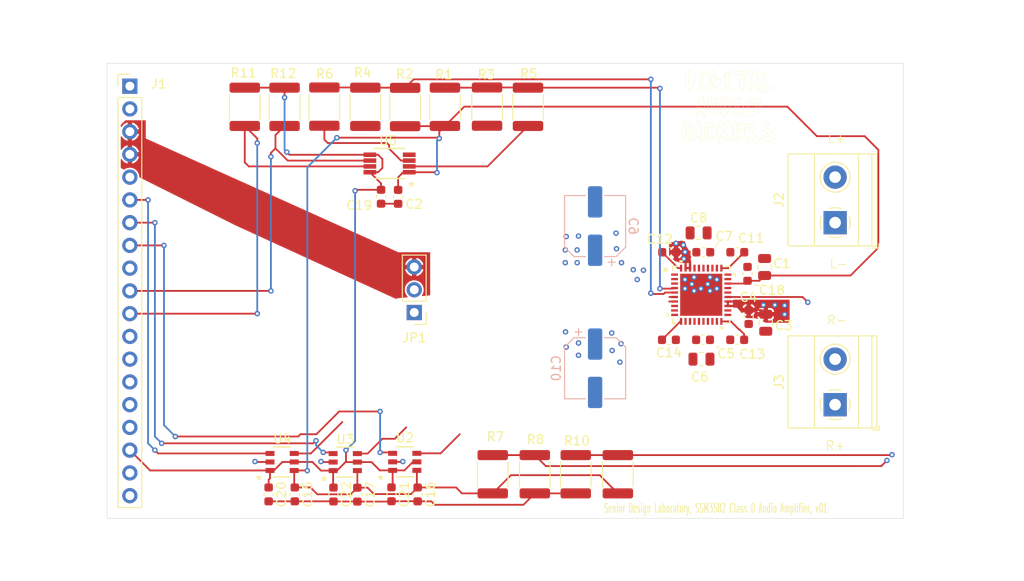
<source format=kicad_pcb>
(kicad_pcb (version 20221018) (generator pcbnew)
  (layers (0 "F.Cu" signal) (31 "B.Cu" signal) (34 "B.Paste" user) (35 "F.Paste" user) (36 "B.SilkS" user "B.Silkscreen") (37 "F.SilkS" user "F.Silkscreen") (38 "B.Mask" user) (39 "F.Mask" user) (44 "Edge.Cuts" user))
  (net 0 "")
  (net 1 "OUTL-")
  (net 2 "OUTL+")
  (net 3 "OUTR-")
  (net 4 "OUTR+")
  (net 5 "GND")
  (net 6 "SCL_AMP")
  (net 7 "SDA_AMP")
  (net 8 "LRCLK")
  (net 9 "SDATA")
  (net 10 "BCLK")
  (net 11 "BSTR+")
  (net 12 "PVDD")
  (net 13 "BSTR-")
  (net 14 "+5V")
  (net 15 "ADDR0")
  (net 16 "ADDR1")
  (net 17 "+1V8")
  (net 18 "BSTL-")
  (net 19 "BSTL+")
  (net 20 "+3.3V")
  (net 21 "SDA_3V3")
  (net 22 "SCL_3V3")
  (net 23 "SDA")
  (net 24 "SCL")
  (net 25 "+12V")
  (net 27 "BCLK_3V3")
  (net 28 "LRCLK_3V3")
  (net 29 "SDATA_3V3")
  (footprint "Connector_PinHeader_2.54mm:PinHeader_1x03_P2.54mm_Vertical" (layer "F.Cu") (at 137.16 106.553 180)
    (fp_text reference "JP1")
    (fp_text value "Jumper_3_Open")
  )
  (footprint "Resistor_SMD:R_1812_4532Metric" (layer "F.Cu") (at 131.699 83.5875 -90)
    (fp_text reference "R4")
    (fp_text value "0")
  )
  (footprint "Connector_PinHeader_2.54mm:PinHeader_1x19_P2.54mm_Vertical" (layer "F.Cu") (at 105.41 81.28)
    (fp_text reference "J1")
    (fp_text value "Conn_01x19_Pin")
  )
  (footprint "Capacitor_SMD:C_0805_2012Metric" (layer "F.Cu") (at 168.91 97.663)
    (fp_text reference "C8")
    (fp_text value "10uF")
  )
  (footprint "Capacitor_SMD:C_0603_1608Metric" (layer "F.Cu") (at 134.62 126.847 -90)
    (fp_text reference "C21")
    (fp_text value "0.1uF")
  )
  (footprint "Capacitor_SMD:C_0603_1608Metric" (layer "F.Cu") (at 165.595 109.601 180)
    (fp_text reference "C14")
    (fp_text value "0.22uF")
  )
  (footprint "Capacitor_SMD:C_0603_1608Metric" (layer "F.Cu") (at 165.621 99.822 180)
    (fp_text reference "C12")
    (fp_text value "0.22uF")
  )
  (footprint "Capacitor_SMD:C_0805_2012Metric" (layer "F.Cu") (at 176.276 101.473 90)
    (fp_text reference "C1")
    (fp_text value "10uF")
  )
  (footprint "Resistor_SMD:R_1812_4532Metric" (layer "F.Cu") (at 159.893 124.6085 90)
    (fp_text reference "R9" hide)
    (fp_text value "0")
  )
  (footprint "Resistor_SMD:R_1812_4532Metric" (layer "F.Cu") (at 149.86 83.5875 90)
    (fp_text reference "R5")
    (fp_text value "0")
  )
  (footprint "Resistor_SMD:R_1812_4532Metric" (layer "F.Cu") (at 127.127 83.566 90)
    (fp_text reference "R6")
    (fp_text value "0")
  )
  (footprint "TerminalBlock_Phoenix:TerminalBlock_Phoenix_MKDS-1,5-2-5.08_1x02_P5.08mm_Horizontal" (layer "F.Cu") (at 184.15 96.52 90)
    (fp_text reference "J2")
    (fp_text value "Screw_Terminal_01x02" hide)
  )
  (footprint "Resistor_SMD:R_1812_4532Metric" (layer "F.Cu") (at 155.194 124.6085 -90)
    (fp_text reference "R10")
    (fp_text value "0")
  )
  (footprint "Resistor_SMD:R_1812_4532Metric" (layer "F.Cu") (at 122.682 83.5875 -90)
    (fp_text reference "R12")
    (fp_text value "10k")
  )
  (footprint "Resistor_SMD:R_1812_4532Metric" (layer "F.Cu") (at 145.288 83.566 -90)
    (fp_text reference "R3")
    (fp_text value "0")
  )
  (footprint "Capacitor_SMD:C_0805_2012Metric" (layer "F.Cu") (at 176.403 107.696 -90)
    (fp_text reference "C3")
    (fp_text value "10uF")
  )
  (footprint "I2C_Level_Shift:SOT505-1_NXP" (layer "F.Cu") (at 134.4041 89.916 180)
    (fp_text reference "U5")
    (fp_text value "PCA9517ADP")
  )
  (footprint "MountingHole:MountingHole_3.2mm_M3" (layer "F.Cu") (at 187.96 125.73)
    (fp_text reference "H2" hide)
    (fp_text value "MountingHole" hide)
  )
  (footprint "Capacitor_SMD:C_0603_1608Metric" (layer "F.Cu") (at 169.405 109.601)
    (fp_text reference "C5")
    (fp_text value "0.1uF")
  )
  (footprint "Capacitor_SMD:C_0603_1608Metric" (layer "F.Cu") (at 128.143 126.873 -90)
    (fp_text reference "C22")
    (fp_text value "0.1uF")
  )
  (footprint "Resistor_SMD:R_1812_4532Metric" (layer "F.Cu") (at 145.923 124.6085 90)
    (fp_text reference "R7")
    (fp_text value "0")
  )
  (footprint "TerminalBlock_Phoenix:TerminalBlock_Phoenix_MKDS-1,5-2-5.08_1x02_P5.08mm_Horizontal" (layer "F.Cu") (at 184.15 116.84 90)
    (fp_text reference "J3")
    (fp_text value "Screw_Terminal_01x02" hide)
  )
  (footprint "1Bit_Level_Shift:SOT26-6_DIO" (layer "F.Cu") (at 136.09955 123.225001)
    (fp_text reference "U2")
    (fp_text value "74LVC1T45W6-7")
  )
  (footprint "Resistor_SMD:R_1812_4532Metric" (layer "F.Cu") (at 150.622 124.6085 -90)
    (fp_text reference "R8")
    (fp_text value "0")
  )
  (footprint "Capacitor_SMD:C_0805_2012Metric" (layer "F.Cu") (at 169.23 111.76)
    (fp_text reference "C6")
    (fp_text value "10uF")
  )
  (footprint "Capacitor_SMD:C_0603_1608Metric" (layer "F.Cu") (at 120.904 126.86 -90)
    (fp_text reference "C20")
    (fp_text value "0.1uF")
  )
  (footprint "Capacitor_SMD:C_0603_1608Metric" (layer "F.Cu") (at 133.4545 93.6276 -90)
    (fp_text reference "C19")
    (fp_text value "0.1uF")
  )
  (footprint "Capacitor_SMD:C_0603_1608Metric" (layer "F.Cu") (at 130.81 126.886 -90)
    (fp_text reference "C17")
    (fp_text value "0.1uF")
  )
  (footprint "Capacitor_SMD:C_0603_1608Metric" (layer "F.Cu") (at 174.498 107.053 -90)
    (fp_text reference "C4")
    (fp_text value "0.1uF")
  )
  (footprint "SSM3582_ClassD_Audio_Amp:CP_40_7_ADI" (layer "F.Cu") (at 169.199999 104.5718)
    (fp_text reference "U1" hide)
    (fp_text value "SSM3582ACPZ")
  )
  (footprint "Resistor_SMD:R_1812_4532Metric" (layer "F.Cu") (at 140.589 83.5875 90)
    (fp_text reference "R1")
    (fp_text value "0")
  )
  (footprint "1Bit_Level_Shift:SOT26-6_DIO" (layer "F.Cu") (at 122.40955 123.238001)
    (fp_text reference "U4")
    (fp_text value "74LVC1T45W6-7")
  )
  (footprint "Resistor_SMD:R_1812_4532Metric" (layer "F.Cu") (at 118.237 83.5875 -90)
    (fp_text reference "R11")
    (fp_text value "10k")
  )
  (footprint "Capacitor_SMD:C_0603_1608Metric" (layer "F.Cu") (at 123.825 126.86 -90)
    (fp_text reference "C15")
    (fp_text value "0.1uF")
  )
  (footprint "Capacitor_SMD:C_0603_1608Metric" (layer "F.Cu") (at 173.228 99.822)
    (fp_text reference "C11")
    (fp_text value "0.22uF")
  )
  (footprint "Capacitor_SMD:C_0603_1608Metric" (layer "F.Cu") (at 135.3595 93.6406 -90)
    (fp_text reference "C2")
    (fp_text value "0.1uF")
  )
  (footprint "Capacitor_SMD:C_0603_1608Metric" (layer "F.Cu") (at 137.541 126.86 -90)
    (fp_text reference "C16")
    (fp_text value "0.1uF")
  )
  (footprint "Capacitor_SMD:C_0603_1608Metric" (layer "F.Cu") (at 169.431 99.822)
    (fp_text reference "C7")
    (fp_text value "0.1uF")
  )
  (footprint "Capacitor_SMD:C_0603_1608Metric" (layer "F.Cu") (at 173.215 109.601)
    (fp_text reference "C13")
    (fp_text value "0.22uF")
  )
  (footprint "Capacitor_SMD:C_0603_1608Metric" (layer "F.Cu") (at 174.371 102.235 90)
    (fp_text reference "C18")
    (fp_text value "0.1uF")
  )
  (footprint "Resistor_SMD:R_1812_4532Metric" (layer "F.Cu") (at 136.144 83.609 90)
    (fp_text reference "R2")
    (fp_text value "0")
  )
  (footprint "1Bit_Level_Shift:SOT26-6_DIO" (layer "F.Cu") (at 129.45745 123.251001)
    (fp_text reference "U3")
    (fp_text value "74LVC1T45W6-7")
  )
  (footprint "MountingHole:MountingHole_3.2mm_M3" (layer "F.Cu") (at 187.96 82.55)
    (fp_text reference "H1" hide)
    (fp_text value "MountingHole" hide)
  )
  (footprint "Capacitor_SMD:CP_Elec_6.3x7.7" (layer "B.Cu") (at 157.353 112.776 -90)
    (fp_text reference "C10")
    (fp_text value "470uF")
  )
  (footprint "Capacitor_SMD:CP_Elec_6.3x7.7" (layer "B.Cu") (at 157.353 96.901 90)
    (fp_text reference "C9")
    (fp_text value "470uF")
  )
  (gr_curve (pts (xy 172.22514 87.337098) (xy 172.01584 87.24777) (xy 171.718499 87.046634) (xy 171.516751 86.857909)) (stroke (width 0.025)) (layer "F.SilkS"))
  (gr_curve (pts (xy 169.642446 83.987069) (xy 169.705486 84.381281) (xy 169.750244 84.721593) (xy 169.741907 84.743319)) (stroke (width 0.025)) (layer "F.SilkS"))
  (gr_line (start 170.022398 81.637402) (end 170.022405 81.637402) (stroke (width 0.025)) (layer "F.SilkS"))
  (gr_line (start 169.166781 83.596387) (end 169.135382 83.683354) (stroke (width 0.025)) (layer "F.SilkS"))
  (gr_curve (pts (xy 171.724606 80.057249) (xy 171.684438 80.017081) (xy 171.679475 79.996507) (xy 171.700486 79.957249)) (stroke (width 0.025)) (layer "F.SilkS"))
  (gr_line (start 170.535434 79.920322) (end 170.458092 80.132822) (stroke (width 0.025)) (layer "F.SilkS"))
  (gr_curve (pts (xy 173.626822 84.308701) (xy 173.696758 84.34613) (xy 173.689964 84.470309) (xy 173.613815 84.546458)) (stroke (width 0.025)) (layer "F.SilkS"))
  (gr_curve (pts (xy 176.625179 81.721652) (xy 176.334788 81.816155) (xy 176.251129 81.853865) (xy 176.204617 81.911222)) (stroke (width 0.025)) (layer "F.SilkS"))
  (gr_curve (pts (xy 176.508358 85.242862) (xy 176.680356 85.275129) (xy 176.839275 85.55444) (xy 176.74135 85.652364)) (stroke (width 0.025)) (layer "F.SilkS"))
  (gr_curve (pts (xy 170.57687 81.112568) (xy 170.539516 81.135895) (xy 170.52071 81.135235) (xy 170.489709 81.109506)) (stroke (width 0.025)) (layer "F.SilkS"))
  (gr_line (start 167.613018 86.282822) (end 167.768212 86.282822) (stroke (width 0.025)) (layer "F.SilkS"))
  (gr_curve (pts (xy 172.576822 81.408701) (xy 172.646758 81.446129) (xy 172.639964 81.570309) (xy 172.563815 81.646458)) (stroke (width 0.025)) (layer "F.SilkS"))
  (gr_curve (pts (xy 174.416861 87.514072) (xy 174.350575 87.685871) (xy 174.29873 87.664117) (xy 174.250573 87.444299)) (stroke (width 0.025)) (layer "F.SilkS"))
  (gr_curve (pts (xy 174.427674 86.101571) (xy 174.425277 86.171247) (xy 174.425352 86.171244) (xy 174.572446 86.096706)) (stroke (width 0.025)) (layer "F.SilkS"))
  (gr_curve (pts (xy 167.416378 86.689072) (xy 167.407707 86.761259) (xy 167.400515 86.940863) (xy 167.400396 87.088192)) (stroke (width 0.025)) (layer "F.SilkS"))
  (gr_curve (pts (xy 176.044408 79.872234) (xy 176.07116 79.778437) (xy 176.134502 79.736047) (xy 176.193929 79.772172)) (stroke (width 0.025)) (layer "F.SilkS"))
  (gr_line (start 167.762679 79.889628) (end 167.761119 80.484801) (stroke (width 0.025)) (layer "F.SilkS"))
  (gr_curve (pts (xy 175.13852 82.68045) (xy 175.468276 82.601387) (xy 175.72575 82.665664) (xy 175.812623 82.848735)) (stroke (width 0.025)) (layer "F.SilkS"))
  (gr_line (start 168.783205 86.495854) (end 168.766781 86.396387) (stroke (width 0.025)) (layer "F.SilkS"))
  (gr_curve (pts (xy 168.093429 81.511926) (xy 168.058493 81.589809) (xy 168.006956 81.665815) (xy 167.978901 81.68083)) (stroke (width 0.025)) (layer "F.SilkS"))
  (gr_curve (pts (xy 172.254805 81.707822) (xy 172.118599 81.707822) (xy 171.957775 81.712678) (xy 171.897418 81.718613)) (stroke (width 0.025)) (layer "F.SilkS"))
  (gr_curve (pts (xy 171.713353 81.712235) (xy 171.640082 81.695308) (xy 171.576295 81.611227) (xy 171.575547 81.530585)) (stroke (width 0.025)) (layer "F.SilkS"))
  (gr_curve (pts (xy 175.189963 85.963804) (xy 175.171818 86.084802) (xy 175.136217 86.132838) (xy 174.944102 86.295537)) (stroke (width 0.025)) (layer "F.SilkS"))
  (gr_curve (pts (xy 172.750486 82.857249) (xy 172.789836 82.783722) (xy 172.861089 82.745248) (xy 173.143371 82.645104)) (stroke (width 0.025)) (layer "F.SilkS"))
  (gr_curve (pts (xy 169.022418 81.718613) (xy 168.962061 81.724549) (xy 168.879232 81.721679) (xy 168.838353 81.712235)) (stroke (width 0.025)) (layer "F.SilkS"))
  (gr_curve (pts (xy 173.611654 86.807822) (xy 173.689853 86.807822) (xy 173.800179 86.866602) (xy 173.800179 86.908266)) (stroke (width 0.025)) (layer "F.SilkS"))
  (gr_curve (pts (xy 168.959281 80.107822) (xy 168.926775 80.107822) (xy 168.877421 80.085064) (xy 168.849606 80.057249)) (stroke (width 0.025)) (layer "F.SilkS"))
  (gr_curve (pts (xy 171.471083 84.535728) (xy 171.365694 84.44052) (xy 171.346648 84.270643) (xy 171.341823 83.382822)) (stroke (width 0.025)) (layer "F.SilkS"))
  (gr_curve (pts (xy 168.837679 85.232822) (xy 168.87052 85.232822) (xy 168.925968 85.258134) (xy 168.960895 85.289072)) (stroke (width 0.025)) (layer "F.SilkS"))
  (gr_line (start 170.9166 110.2868) (end 171.1706 110.5408) (stroke (width 0.1)) (layer "F.SilkS"))
  (gr_curve (pts (xy 171.897418 81.718613) (xy 171.837062 81.724549) (xy 171.754232 81.721679) (xy 171.713353 81.712235)) (stroke (width 0.025)) (layer "F.SilkS"))
  (gr_curve (pts (xy 167.546083 81.635728) (xy 167.440694 81.54052) (xy 167.421648 81.370643) (xy 167.416823 80.482822)) (stroke (width 0.025)) (layer "F.SilkS"))
  (gr_curve (pts (xy 174.878794 83.032822) (xy 174.829194 83.032822) (xy 174.530859 83.336985) (xy 174.469023 83.450599)) (stroke (width 0.025)) (layer "F.SilkS"))
  (gr_curve (pts (xy 169.974764 83.655079) (xy 169.95451 83.563366) (xy 169.947579 83.386019) (xy 169.954736 83.142579)) (stroke (width 0.025)) (layer "F.SilkS"))
  (gr_curve (pts (xy 169.38433 80.390218) (xy 169.381357 80.727577) (xy 169.329548 81.227198) (xy 169.285683 81.341507)) (stroke (width 0.025)) (layer "F.SilkS"))
  (gr_line (start 167.776171 86.776572) (end 167.775179 86.557822) (stroke (width 0.025)) (layer "F.SilkS"))
  (gr_curve (pts (xy 169.218371 79.745104) (xy 169.510485 79.641472) (xy 169.59418 79.640037) (xy 169.648764 79.737725)) (stroke (width 0.025)) (layer "F.SilkS"))
  (gr_curve (pts (xy 175.63647 87.797438) (xy 175.543677 87.836209) (xy 175.531099 87.83736) (xy 175.473808 87.812314)) (stroke (width 0.025)) (layer "F.SilkS"))
  (gr_curve (pts (xy 169.285683 81.341507) (xy 169.271789 81.377714) (xy 169.293542 81.382822) (xy 169.461648 81.382822)) (stroke (width 0.025)) (layer "F.SilkS"))
  (gr_line (start 171.1198 98.679) (end 170.7388 99.2886) (stroke (width 0.1)) (layer "F.SilkS"))
  (gr_curve (pts (xy 170.385305 85.963153) (xy 170.071094 85.761657) (xy 169.99565 85.724728) (xy 169.972815 85.761244)) (stroke (width 0.025)) (layer "F.SilkS"))
  (gr_curve (pts (xy 172.959281 83.123811) (xy 172.945465 83.023017) (xy 172.93564 83.007822) (xy 172.884281 83.007822)) (stroke (width 0.025)) (layer "F.SilkS"))
  (gr_curve (pts (xy 168.425491 80.845322) (xy 168.410413 80.914072) (xy 168.343822 81.060322) (xy 168.277512 81.170322)) (stroke (width 0.025)) (layer "F.SilkS"))
  (gr_curve (pts (xy 173.55443 82.765796) (xy 173.523083 82.799164) (xy 173.455864 82.845286) (xy 173.405057 82.86829)) (stroke (width 0.025)) (layer "F.SilkS"))
  (gr_line (start 174.393637 85.857821) (end 174.411623 85.951571) (stroke (width 0.025)) (layer "F.SilkS"))
  (gr_curve (pts (xy 171.909281 80.223811) (xy 171.895465 80.123018) (xy 171.88564 80.107822) (xy 171.834281 80.107822)) (stroke (width 0.025)) (layer "F.SilkS"))
  (gr_curve (pts (xy 175.147054 81.167197) (xy 175.104085 81.17579) (xy 175.042644 81.182822) (xy 175.010517 81.182822)) (stroke (width 0.025)) (layer "F.SilkS"))
  (gr_curve (pts (xy 174.663078 81.692015) (xy 174.623711 81.676909) (xy 174.620771 81.651809) (xy 174.635921 81.460198)) (stroke (width 0.025)) (layer "F.SilkS"))
  (gr_curve (pts (xy 173.837167 81.633811) (xy 173.806418 81.693274) (xy 173.782583 81.707822) (xy 173.715912 81.707822)) (stroke (width 0.025)) (layer "F.SilkS"))
  (gr_curve (pts (xy 174.924763 81.289072) (xy 174.839385 81.620843) (xy 174.767212 81.731975) (xy 174.663078 81.692015)) (stroke (width 0.025)) (layer "F.SilkS"))
  (gr_curve (pts (xy 167.6474 79.544785) (xy 167.980492 79.592749) (xy 168.315068 79.686125) (xy 168.40012 79.754861)) (stroke (width 0.025)) (layer "F.SilkS"))
  (gr_curve (pts (xy 167.773652 81.071264) (xy 167.781403 81.066474) (xy 167.823847 80.991178) (xy 167.867972 80.903938)) (stroke (width 0.025)) (layer "F.SilkS"))
  (gr_curve (pts (xy 169.763283 85.390658) (xy 169.84911 85.301083) (xy 169.882484 85.282822) (xy 169.960357 85.282822)) (stroke (width 0.025)) (layer "F.SilkS"))
  (gr_curve (pts (xy 172.884281 83.007822) (xy 172.851775 83.007822) (xy 172.802421 82.985064) (xy 172.774606 82.957249)) (stroke (width 0.025)) (layer "F.SilkS"))
  (gr_curve (pts (xy 169.461648 81.382822) (xy 169.567148 81.382822) (xy 169.675226 81.394467) (xy 169.701822 81.408701)) (stroke (width 0.025)) (layer "F.SilkS"))
  (gr_curve (pts (xy 168.900179 86.904813) (xy 168.900179 86.858516) (xy 168.889989 86.85361) (xy 168.822054 86.867197)) (stroke (width 0.025)) (layer "F.SilkS"))
  (gr_curve (pts (xy 169.218903 87.539072) (xy 169.15353 87.465783) (xy 168.900179 86.961617) (xy 168.900179 86.904813)) (stroke (width 0.025)) (layer "F.SilkS"))
  (gr_curve (pts (xy 172.800179 79.781842) (xy 172.800179 79.676973) (xy 172.896381 79.649768) (xy 173.387679 79.615704)) (stroke (width 0.025)) (layer "F.SilkS"))
  (gr_curve (pts (xy 172.625547 84.430585) (xy 172.625097 84.382094) (xy 172.726304 84.332822) (xy 172.826355 84.332822)) (stroke (width 0.025)) (layer "F.SilkS"))
  (gr_curve (pts (xy 171.315893 86.952178) (xy 171.266049 87.242735) (xy 171.261733 87.32605) (xy 171.286983 87.510248)) (stroke (width 0.025)) (layer "F.SilkS"))
  (gr_line (start 171.516751 86.857909) (end 171.357604 86.709035) (stroke (width 0.025)) (layer "F.SilkS"))
  (gr_line (start 173.532861 79.939258) (end 173.23527 79.92738) (stroke (width 0.025)) (layer "F.SilkS"))
  (gr_curve (pts (xy 169.085517 84.082822) (xy 169.037754 84.082822) (xy 169.022122 84.10219) (xy 168.999763 84.189072)) (stroke (width 0.025)) (layer "F.SilkS"))
  (gr_curve (pts (xy 168.838353 81.712235) (xy 168.765082 81.695308) (xy 168.701295 81.611227) (xy 168.700547 81.530585)) (stroke (width 0.025)) (layer "F.SilkS"))
  (gr_curve (pts (xy 168.975413 82.870322) (xy 169.036731 82.616783) (xy 169.067641 82.532953) (xy 169.11599 82.489072)) (stroke (width 0.025)) (layer "F.SilkS"))
  (gr_curve (pts (xy 168.529599 80.472981) (xy 168.487418 80.609018) (xy 168.440569 80.776572) (xy 168.425491 80.845322)) (stroke (width 0.025)) (layer "F.SilkS"))
  (gr_line (start 171.341823 83.382822) (end 171.337679 82.620322) (stroke (width 0.025)) (layer "F.SilkS"))
  (gr_curve (pts (xy 175.963376 86.036019) (xy 175.912443 85.886538) (xy 175.915953 85.692991) (xy 175.97182 85.570322)) (stroke (width 0.025)) (layer "F.SilkS"))
  (gr_curve (pts (xy 173.168126 86.073025) (xy 173.28282 86.03782) (xy 173.589056 86.00486) (xy 173.666493 86.019388)) (stroke (width 0.025)) (layer "F.SilkS"))
  (gr_curve (pts (xy 172.465407 87.326572) (xy 172.485895 87.430473) (xy 172.447829 87.432141) (xy 172.22514 87.337098)) (stroke (width 0.025)) (layer "F.SilkS"))
  (gr_curve (pts (xy 173.613815 84.546458) (xy 173.556923 84.60335) (xy 173.534405 84.607822) (xy 173.304805 84.607822)) (stroke (width 0.025)) (layer "F.SilkS"))
  (gr_curve (pts (xy 168.700547 81.530585) (xy 168.700097 81.482094) (xy 168.801304 81.432822) (xy 168.901355 81.432822)) (stroke (width 0.025)) (layer "F.SilkS"))
  (gr_curve (pts (xy 167.19974 85.616461) (xy 167.255205 85.30889) (xy 167.297881 85.226288) (xy 167.395494 85.237562)) (stroke (width 0.025)) (layer "F.SilkS"))
  (gr_curve (pts (xy 170.47287 86.933586) (xy 170.618515 86.866868) (xy 170.74155 86.82289) (xy 170.746281 86.835858)) (stroke (width 0.025)) (layer "F.SilkS"))
  (gr_line (start 175.6664 103.5558) (end 175.0822 103.4288) (stroke (width 0.1)) (layer "F.SilkS"))
  (gr_curve (pts (xy 169.701822 81.408701) (xy 169.771758 81.446129) (xy 169.764964 81.570309) (xy 169.688815 81.646458)) (stroke (width 0.025)) (layer "F.SilkS"))
  (gr_line (start 171.683573 86.330911) (end 171.788236 86.463116) (stroke (width 0.025)) (layer "F.SilkS"))
  (gr_curve (pts (xy 172.093371 79.745104) (xy 172.385485 79.641472) (xy 172.46918 79.640037) (xy 172.523764 79.737725)) (stroke (width 0.025)) (layer "F.SilkS"))
  (gr_curve (pts (xy 172.727823 85.558542) (xy 172.853254 85.444761) (xy 172.873398 85.424212) (xy 172.936838 85.345321)) (stroke (width 0.025)) (layer "F.SilkS"))
  (gr_curve (pts (xy 171.436243 80.663327) (xy 171.434203 80.827485) (xy 171.355877 80.930832) (xy 170.992795 81.248434)) (stroke (width 0.025)) (layer "F.SilkS"))
  (gr_curve (pts (xy 175.94198 81.931738) (xy 175.85592 81.864043) (xy 175.829211 81.725068) (xy 175.884329 81.631761)) (stroke (width 0.025)) (layer "F.SilkS"))
  (gr_curve (pts (xy 175.473808 87.812314) (xy 175.45243 87.802968) (xy 175.217442 87.567509) (xy 174.951614 87.289072)) (stroke (width 0.025)) (layer "F.SilkS"))
  (gr_curve (pts (xy 175.436879 80.220322) (xy 175.44565 80.302822) (xy 175.504405 80.692858) (xy 175.567446 81.087069)) (stroke (width 0.025)) (layer "F.SilkS"))
  (gr_line (start 168.766781 86.396387) (end 168.735382 86.483354) (stroke (width 0.025)) (layer "F.SilkS"))
  (gr_curve (pts (xy 171.698188 84.604632) (xy 171.569279 84.601718) (xy 171.531411 84.590229) (xy 171.471083 84.535728)) (stroke (width 0.025)) (layer "F.SilkS"))
  (gr_curve (pts (xy 168.310921 87.160198) (xy 168.343833 86.74396) (xy 168.421326 86.307442) (xy 168.575413 85.670322)) (stroke (width 0.025)) (layer "F.SilkS"))
  (gr_curve (pts (xy 173.800179 86.908266) (xy 173.800179 86.957425) (xy 173.681824 87.034609) (xy 173.32645 87.2172)) (stroke (width 0.025)) (layer "F.SilkS"))
  (gr_curve (pts (xy 168.738078 84.592015) (xy 168.698712 84.576909) (xy 168.695771 84.551809) (xy 168.710921 84.360198)) (stroke (width 0.025)) (layer "F.SilkS"))
  (gr_curve (pts (xy 171.365251 85.307822) (xy 171.517018 85.307822) (xy 171.566107 85.411408) (xy 171.540995 85.678671)) (stroke (width 0.025)) (layer "F.SilkS"))
  (gr_curve (pts (xy 174.135379 79.612097) (xy 174.413749 79.623756) (xy 174.462833 79.632115) (xy 174.492688 79.672945)) (stroke (width 0.025)) (layer "F.SilkS"))
  (gr_curve (pts (xy 168.076628 86.770322) (xy 168.018201 87.361294) (xy 168.00118 87.461654) (xy 167.956872 87.476423)) (stroke (width 0.025)) (layer "F.SilkS"))
  (gr_curve (pts (xy 174.029211 79.942547) (xy 173.7527 79.940302) (xy 173.701957 79.945061) (xy 173.762679 79.967547)) (stroke (width 0.025)) (layer "F.SilkS"))
  (gr_curve (pts (xy 169.601175 86.773872) (xy 169.458295 86.21652) (xy 169.526069 85.638227) (xy 169.763283 85.390658)) (stroke (width 0.025)) (layer "F.SilkS"))
  (gr_curve (pts (xy 169.379805 81.707822) (xy 169.243599 81.707822) (xy 169.082775 81.712678) (xy 169.022418 81.718613)) (stroke (width 0.025)) (layer "F.SilkS"))
  (gr_curve (pts (xy 171.788236 86.463116) (xy 171.845801 86.535829) (xy 171.989419 86.68268) (xy 172.107387 86.789452)) (stroke (width 0.025)) (layer "F.SilkS"))
  (gr_line (start 174.825768 86.395751) (end 175.238532 86.845537) (stroke (width 0.025)) (layer "F.SilkS"))
  (gr_curve (pts (xy 167.79996 85.829984) (xy 167.80021 85.620046) (xy 167.832712 85.413569) (xy 167.881586 85.311596)) (stroke (width 0.025)) (layer "F.SilkS"))
  (gr_curve (pts (xy 174.441711 79.892849) (xy 174.377261 79.940502) (xy 174.339375 79.945067) (xy 174.029211 79.942547)) (stroke (width 0.025)) (layer "F.SilkS"))
  (gr_line (start 167.457824 86.282822) (end 167.613018 86.282822) (stroke (width 0.025)) (layer "F.SilkS"))
  (gr_curve (pts (xy 175.812623 82.848735) (xy 175.895853 83.024129) (xy 175.814043 83.540548) (xy 175.625885 84.027494)) (stroke (width 0.025)) (layer "F.SilkS"))
  (gr_curve (pts (xy 169.960357 85.282822) (xy 170.036658 85.282822) (xy 170.073514 85.301999) (xy 170.158392 85.385869)) (stroke (width 0.025)) (layer "F.SilkS"))
  (gr_curve (pts (xy 176.045359 86.774684) (xy 176.087616 86.736441) (xy 176.101766 86.740667) (xy 176.264109 86.840014)) (stroke (width 0.025)) (layer "F.SilkS"))
  (gr_curve (pts (xy 169.111879 85.920322) (xy 169.12065 86.002822) (xy 169.179405 86.392858) (xy 169.242446 86.787069)) (stroke (width 0.025)) (layer "F.SilkS"))
  (gr_curve (pts (xy 168.901355 81.432822) (xy 168.941958 81.432822) (xy 168.975536 81.424384) (xy 168.975972 81.414072)) (stroke (width 0.025)) (layer "F.SilkS"))
  (gr_curve (pts (xy 176.309767 81.350744) (xy 176.316462 81.357438) (xy 176.376106 81.345034) (xy 176.442309 81.323179)) (stroke (width 0.025)) (layer "F.SilkS"))
  (gr_curve (pts (xy 175.060382 80.783354) (xy 175.013709 80.912626) (xy 175.017542 80.957822) (xy 175.075179 80.957822)) (stroke (width 0.025)) (layer "F.SilkS"))
  (gr_curve (pts (xy 173.30933 83.290218) (xy 173.306357 83.627577) (xy 173.254548 84.127198) (xy 173.210683 84.241507)) (stroke (width 0.025)) (layer "F.SilkS"))
  (gr_curve (pts (xy 173.762679 79.967547) (xy 173.98587 80.0502) (xy 174.025374 80.126817) (xy 174.024721 80.475769)) (stroke (width 0.025)) (layer "F.SilkS"))
  (gr_line (start 171.337679 82.620322) (end 171.3974 82.524254) (stroke (width 0.025)) (layer "F.SilkS"))
  (gr_curve (pts (xy 167.956872 87.476423) (xy 167.941192 87.48165) (xy 167.908369 87.455411) (xy 167.883932 87.418115)) (stroke (width 0.025)) (layer "F.SilkS"))
  (gr_curve (pts (xy 175.148482 84.566145) (xy 175.007352 84.611725) (xy 174.57837 84.619796) (xy 174.375179 84.580694)) (stroke (width 0.025)) (layer "F.SilkS"))
  (gr_line (start 174.565658 85.860314) (end 174.393637 85.857821) (stroke (width 0.025)) (layer "F.SilkS"))
  (gr_curve (pts (xy 168.799904 86.626572) (xy 168.799754 86.609384) (xy 168.792238 86.550561) (xy 168.783205 86.495854)) (stroke (width 0.025)) (layer "F.SilkS"))
  (gr_curve (pts (xy 170.458092 80.132822) (xy 170.356301 80.412498) (xy 170.225179 81.080195) (xy 170.225179 81.31886)) (stroke (width 0.025)) (layer "F.SilkS"))
  (gr_curve (pts (xy 176.193929 79.772172) (xy 176.335474 79.858215) (xy 176.375078 80.195163) (xy 176.327013 80.904447)) (stroke (width 0.025)) (layer "F.SilkS"))
  (gr_curve (pts (xy 173.925126 83.532956) (xy 173.992922 83.360956) (xy 174.170252 83.110706) (xy 174.293386 83.013264)) (stroke (width 0.025)) (layer "F.SilkS"))
  (gr_line (start 173.312679 82.910114) (end 173.30933 83.290218) (stroke (width 0.025)) (layer "F.SilkS"))
  (gr_curve (pts (xy 171.05594 84.113119) (xy 170.960354 84.329209) (xy 170.73389 84.406071) (xy 170.484092 84.307207)) (stroke (width 0.025)) (layer "F.SilkS"))
  (gr_curve (pts (xy 176.601318 85.636466) (xy 176.484488 85.570804) (xy 176.424145 85.588959) (xy 176.362407 85.708347)) (stroke (width 0.025)) (layer "F.SilkS"))
  (gr_curve (pts (xy 171.686119 83.384801) (xy 171.685261 83.712146) (xy 171.690901 83.976055) (xy 171.698652 83.971264)) (stroke (width 0.025)) (layer "F.SilkS"))
  (gr_curve (pts (xy 174.024721 80.475769) (xy 174.024008 80.856651) (xy 173.925945 81.462134) (xy 173.837167 81.633811)) (stroke (width 0.025)) (layer "F.SilkS"))
  (gr_curve (pts (xy 169.94078 81.240899) (xy 169.944378 80.868942) (xy 169.999003 80.518367) (xy 170.105646 80.182822)) (stroke (width 0.025)) (layer "F.SilkS"))
  (gr_curve (pts (xy 172.765065 86.253176) (xy 172.782237 85.96252) (xy 172.781988 85.960631) (xy 172.716252 85.882508)) (stroke (width 0.025)) (layer "F.SilkS"))
  (gr_curve (pts (xy 173.387679 79.615704) (xy 173.701703 79.59393) (xy 173.701671 79.59393) (xy 174.135379 79.612097)) (stroke (width 0.025)) (layer "F.SilkS"))
  (gr_curve (pts (xy 173.32645 87.2172) (xy 173.122399 87.322042) (xy 172.926765 87.407822) (xy 172.891708 87.407822)) (stroke (width 0.025)) (layer "F.SilkS"))
  (gr_curve (pts (xy 170.484092 84.307207) (xy 170.224385 84.204419) (xy 170.045499 83.97538) (xy 169.974764 83.655079)) (stroke (width 0.025)) (layer "F.SilkS"))
  (gr_curve (pts (xy 175.04099 79.589072) (xy 175.119816 79.51753) (xy 175.205126 79.51753) (xy 175.285895 79.589072)) (stroke (width 0.025)) (layer "F.SilkS"))
  (gr_curve (pts (xy 174.825179 82.74444) (xy 174.887054 82.73573) (xy 175.028058 82.706934) (xy 175.13852 82.68045)) (stroke (width 0.025)) (layer "F.SilkS"))
  (gr_curve (pts (xy 169.222054 84.067197) (xy 169.179085 84.07579) (xy 169.117644 84.082822) (xy 169.085517 84.082822)) (stroke (width 0.025)) (layer "F.SilkS"))
  (gr_line (start 170.846284 80.476207) (end 170.850172 80.532092) (stroke (width 0.025)) (layer "F.SilkS"))
  (gr_curve (pts (xy 176.041483 87.088566) (xy 175.987133 86.948092) (xy 175.988641 86.826013) (xy 176.045359 86.774684)) (stroke (width 0.025)) (layer "F.SilkS"))
  (gr_curve (pts (xy 174.462679 87.089122) (xy 174.462679 87.326142) (xy 174.452327 87.422151) (xy 174.416861 87.514072)) (stroke (width 0.025)) (layer "F.SilkS"))
  (gr_curve (pts (xy 167.883934 87.418115) (xy 167.824751 87.32779) (xy 167.777393 87.045854) (xy 167.776171 86.776572)) (stroke (width 0.025)) (layer "F.SilkS"))
  (gr_curve (pts (xy 174.951614 87.289072) (xy 174.685785 87.010634) (xy 174.467027 86.782844) (xy 174.465484 86.782872)) (stroke (width 0.025)) (layer "F.SilkS"))
  (gr_curve (pts (xy 170.298518 87.358669) (xy 170.16472 87.426928) (xy 169.981373 87.423861) (xy 169.874108 87.351572)) (stroke (width 0.025)) (layer "F.SilkS"))
  (gr_curve (pts (xy 167.978901 81.68083) (xy 167.950846 81.695844) (xy 167.858275 81.706555) (xy 167.773188 81.704632)) (stroke (width 0.025)) (layer "F.SilkS"))
  (gr_curve (pts (xy 172.947418 84.618613) (xy 172.887062 84.624549) (xy 172.804232 84.621679) (xy 172.763353 84.612235)) (stroke (width 0.025)) (layer "F.SilkS"))
  (gr_curve (pts (xy 171.887986 81.145322) (xy 171.925837 80.884072) (xy 171.936505 80.422431) (xy 171.909281 80.223811)) (stroke (width 0.025)) (layer "F.SilkS"))
  (gr_curve (pts (xy 171.698652 83.971264) (xy 171.706403 83.966474) (xy 171.748847 83.891178) (xy 171.792972 83.803938)) (stroke (width 0.025)) (layer "F.SilkS"))
  (gr_curve (pts (xy 171.352725 80.490591) (xy 171.42915 80.542565) (xy 171.437529 80.559895) (xy 171.436243 80.663327)) (stroke (width 0.025)) (layer "F.SilkS"))
  (gr_curve (pts (xy 174.36186 84.057142) (xy 174.471713 84.148312) (xy 174.944888 84.174801) (xy 175.064432 84.096472)) (stroke (width 0.025)) (layer "F.SilkS"))
  (gr_curve (pts (xy 171.834281 80.107822) (xy 171.801775 80.107822) (xy 171.752421 80.085064) (xy 171.724606 80.057249)) (stroke (width 0.025)) (layer "F.SilkS"))
  (gr_curve (pts (xy 167.400396 87.088192) (xy 167.400196 87.332011) (xy 167.395604 87.358511) (xy 167.349234 87.383327)) (stroke (width 0.025)) (layer "F.SilkS"))
  (gr_line (start 167.775179 86.557822) (end 167.603661 86.557822) (stroke (width 0.025)) (layer "F.SilkS"))
  (gr_curve (pts (xy 175.285895 79.589072) (xy 175.35097 79.646712) (xy 175.395839 79.834307) (xy 175.436879 80.220322)) (stroke (width 0.025)) (layer "F.SilkS"))
  (gr_line (start 171.775179 82.820764) (end 171.687679 82.789628) (stroke (width 0.025)) (layer "F.SilkS"))
  (gr_curve (pts (xy 175.76288 87.562602) (xy 175.784562 87.678176) (xy 175.744709 87.752213) (xy 175.63647 87.797438)) (stroke (width 0.025)) (layer "F.SilkS"))
  (gr_curve (pts (xy 171.286983 87.510248) (xy 171.308581 87.667803) (xy 171.280075 87.70228) (xy 171.17251 87.648701)) (stroke (width 0.025)) (layer "F.SilkS"))
  (gr_curve (pts (xy 175.543903 81.839072) (xy 175.47853 81.765783) (xy 175.225179 81.261617) (xy 175.225179 81.204813)) (stroke (width 0.025)) (layer "F.SilkS"))
  (gr_line (start 167.460251 85.764072) (end 167.457824 86.282822) (stroke (width 0.025)) (layer "F.SilkS"))
  (gr_curve (pts (xy 175.225179 81.204813) (xy 175.225179 81.158516) (xy 175.214989 81.15361) (xy 175.147054 81.167197)) (stroke (width 0.025)) (layer "F.SilkS"))
  (gr_curve (pts (xy 169.199904 83.826572) (xy 169.199754 83.809384) (xy 169.192238 83.750562) (xy 169.183205 83.695854)) (stroke (width 0.025)) (layer "F.SilkS"))
  (gr_curve (pts (xy 172.695125 87.093207) (xy 172.6967 86.984369) (xy 172.709197 86.816571) (xy 172.722897 86.720321)) (stroke (width 0.025)) (layer "F.SilkS"))
  (gr_line (start 167.603661 86.557822) (end 167.432143 86.557822) (stroke (width 0.025)) (layer "F.SilkS"))
  (gr_curve (pts (xy 167.773188 81.704632) (xy 167.644279 81.701718) (xy 167.606411 81.690229) (xy 167.546083 81.635728)) (stroke (width 0.025)) (layer "F.SilkS"))
  (gr_curve (pts (xy 169.135382 83.683354) (xy 169.088709 83.812626) (xy 169.092542 83.857822) (xy 169.150179 83.857822)) (stroke (width 0.025)) (layer "F.SilkS"))
  (gr_curve (pts (xy 171.575547 81.530585) (xy 171.575097 81.482094) (xy 171.676304 81.432822) (xy 171.776355 81.432822)) (stroke (width 0.025)) (layer "F.SilkS"))
  (gr_curve (pts (xy 175.064432 84.096472) (xy 175.20287 84.005764) (xy 175.35564 83.663662) (xy 175.423415 83.292591)) (stroke (width 0.025)) (layer "F.SilkS"))
  (gr_curve (pts (xy 169.300179 84.104813) (xy 169.300179 84.058516) (xy 169.289989 84.05361) (xy 169.222054 84.067197)) (stroke (width 0.025)) (layer "F.SilkS"))
  (gr_line (start 171.540995 85.678671) (end 171.525336 85.845322) (stroke (width 0.025)) (layer "F.SilkS"))
  (gr_curve (pts (xy 169.242446 86.787069) (xy 169.305486 87.181281) (xy 169.350244 87.521593) (xy 169.341907 87.543319)) (stroke (width 0.025)) (layer "F.SilkS"))
  (gr_curve (pts (xy 173.573764 82.637724) (xy 173.608878 82.700566) (xy 173.607569 82.709232) (xy 173.55443 82.765796)) (stroke (width 0.025)) (layer "F.SilkS"))
  (gr_curve (pts (xy 172.936838 85.345321) (xy 172.986905 85.28306) (xy 173.004838 85.275022) (xy 173.042414 85.298)) (stroke (width 0.025)) (layer "F.SilkS"))
  (gr_line (start 176.437679 86.946232) (end 176.650179 86.933277) (stroke (width 0.025)) (layer "F.SilkS"))
  (gr_curve (pts (xy 172.891708 87.407822) (xy 172.85665 87.407822) (xy 172.797434 87.381558) (xy 172.760115 87.349458)) (stroke (width 0.025)) (layer "F.SilkS"))
  (gr_curve (pts (xy 170.917612 82.595335) (xy 171.028029 82.672675) (xy 171.100636 83.09332) (xy 171.103678 83.673316)) (stroke (width 0.025)) (layer "F.SilkS"))
  (gr_curve (pts (xy 169.618903 84.739072) (xy 169.55353 84.665783) (xy 169.300179 84.161617) (xy 169.300179 84.104813)) (stroke (width 0.025)) (layer "F.SilkS"))
  (gr_curve (pts (xy 171.700486 79.957249) (xy 171.739836 79.883722) (xy 171.811089 79.845248) (xy 172.093371 79.745104)) (stroke (width 0.025)) (layer "F.SilkS"))
  (gr_curve (pts (xy 174.250573 87.444299) (xy 174.235635 87.376112) (xy 174.201269 87.25547) (xy 174.174204 87.176206)) (stroke (width 0.025)) (layer "F.SilkS"))
  (gr_curve (pts (xy 175.124904 80.926572) (xy 175.124754 80.909384) (xy 175.117238 80.850561) (xy 175.108205 80.795854)) (stroke (width 0.025)) (layer "F.SilkS"))
  (gr_curve (pts (xy 172.018429 84.411926) (xy 171.983493 84.489809) (xy 171.931956 84.565815) (xy 171.903901 84.58083)) (stroke (width 0.025)) (layer "F.SilkS"))
  (gr_curve (pts (xy 170.028269 82.645322) (xy 170.099792 82.502482) (xy 170.188121 82.44497) (xy 170.281468 82.48046)) (stroke (width 0.025)) (layer "F.SilkS"))
  (gr_curve (pts (xy 170.250644 81.702947) (xy 170.118958 81.712472) (xy 170.100138 81.707068) (xy 170.022398 81.637402)) (stroke (width 0.025)) (layer "F.SilkS"))
  (gr_curve (pts (xy 171.903901 84.58083) (xy 171.875846 84.595844) (xy 171.783275 84.606555) (xy 171.698188 84.604632)) (stroke (width 0.025)) (layer "F.SilkS"))
  (gr_line (start 173.321658 85.622071) (end 173.180637 85.665232) (stroke (width 0.025)) (layer "F.SilkS"))
  (gr_curve (pts (xy 177.068218 81.616564) (xy 177.012751 81.607692) (xy 176.874834 81.640405) (xy 176.625179 81.721652)) (stroke (width 0.025)) (layer "F.SilkS"))
  (gr_curve (pts (xy 170.679627 83.893499) (xy 170.699639 83.818672) (xy 170.694152 83.541988) (xy 170.66196 83.002663)) (stroke (width 0.025)) (layer "F.SilkS"))
  (gr_curve (pts (xy 173.042414 85.298) (xy 173.06731 85.313224) (xy 173.091583 85.346974) (xy 173.096355 85.373)) (stroke (width 0.025)) (layer "F.SilkS"))
  (gr_line (start 167.412679 79.720322) (end 167.4724 79.624254) (stroke (width 0.025)) (layer "F.SilkS"))
  (gr_curve (pts (xy 170.225179 81.31886) (xy 170.225179 81.431063) (xy 170.254265 81.431453) (xy 170.413012 81.321379)) (stroke (width 0.025)) (layer "F.SilkS"))
  (gr_curve (pts (xy 170.932134 87.04098) (xy 170.9184 86.791758) (xy 170.928939 86.681374) (xy 171.027968 86.037169)) (stroke (width 0.025)) (layer "F.SilkS"))
  (gr_curve (pts (xy 167.867974 80.903938) (xy 167.945226 80.751206) (xy 168.125179 80.179701) (xy 168.125179 80.087091)) (stroke (width 0.025)) (layer "F.SilkS"))
  (gr_curve (pts (xy 170.054679 87.015837) (xy 170.089508 87.103461) (xy 170.111456 87.099144) (xy 170.47287 86.933586)) (stroke (width 0.025)) (layer "F.SilkS"))
  (gr_line (start 177.148761 81.629448) (end 177.068218 81.616564) (stroke (width 0.025)) (layer "F.SilkS"))
  (gr_curve (pts (xy 174.023081 85.755642) (xy 173.981385 85.67416) (xy 174.183103 85.477444) (xy 174.258302 85.526254)) (stroke (width 0.025)) (layer "F.SilkS"))
  (gr_curve (pts (xy 173.166506 86.937323) (xy 173.294368 86.872196) (xy 173.515648 86.807822) (xy 173.611654 86.807822)) (stroke (width 0.025)) (layer "F.SilkS"))
  (gr_curve (pts (xy 170.281468 82.48046) (xy 170.380759 82.518211) (xy 170.410551 82.628998) (xy 170.384929 82.8652)) (stroke (width 0.025)) (layer "F.SilkS"))
  (gr_line (start 176.264109 86.840014) (end 176.437679 86.946232) (stroke (width 0.025)) (layer "F.SilkS"))
  (gr_curve (pts (xy 177.138708 87.332324) (xy 177.007799 87.395695) (xy 176.719106 87.428245) (xy 176.487679 87.405726)) (stroke (width 0.025)) (layer "F.SilkS"))
  (gr_curve (pts (xy 173.210683 84.241507) (xy 173.196789 84.277714) (xy 173.218542 84.282822) (xy 173.386648 84.282822)) (stroke (width 0.025)) (layer "F.SilkS"))
  (gr_curve (pts (xy 169.62943 79.865796) (xy 169.598083 79.899164) (xy 169.530864 79.945287) (xy 169.480057 79.96829)) (stroke (width 0.025)) (layer "F.SilkS"))
  (gr_curve (pts (xy 175.010517 81.182822) (xy 174.962754 81.182822) (xy 174.947122 81.20219) (xy 174.924763 81.289072)) (stroke (width 0.025)) (layer "F.SilkS"))
  (gr_curve (pts (xy 168.575413 85.670322) (xy 168.659365 85.323194) (xy 168.71354 85.232822) (xy 168.837679 85.232822)) (stroke (width 0.025)) (layer "F.SilkS"))
  (gr_curve (pts (xy 170.66017 80.668369) (xy 170.763921 80.581644) (xy 170.770736 80.569782) (xy 170.726262 80.55333)) (stroke (width 0.025)) (layer "F.SilkS"))
  (gr_curve (pts (xy 170.976098 80.482457) (xy 171.141058 80.417436) (xy 171.248568 80.419758) (xy 171.352725 80.490591)) (stroke (width 0.025)) (layer "F.SilkS"))
  (gr_curve (pts (xy 171.581508 85.779643) (xy 172.071417 85.206812) (xy 172.10691 85.178626) (xy 172.258547 85.241984)) (stroke (width 0.025)) (layer "F.SilkS"))
  (gr_curve (pts (xy 169.972815 85.761244) (xy 169.853756 85.951634) (xy 169.897373 86.620085) (xy 170.054679 87.015837)) (stroke (width 0.025)) (layer "F.SilkS"))
  (gr_curve (pts (xy 174.293386 83.013264) (xy 174.447205 82.89154) (xy 174.704633 82.761408) (xy 174.825179 82.74444)) (stroke (width 0.025)) (layer "F.SilkS"))
  (gr_curve (pts (xy 170.489709 81.109506) (xy 170.400669 81.035609) (xy 170.48647 80.813564) (xy 170.66017 80.668369)) (stroke (width 0.025)) (layer "F.SilkS"))
  (gr_curve (pts (xy 176.442309 81.323179) (xy 176.877352 81.179563) (xy 177.098596 81.240111) (xy 177.133678 81.512385)) (stroke (width 0.025)) (layer "F.SilkS"))
  (gr_curve (pts (xy 175.97182 85.570322) (xy 176.066937 85.361474) (xy 176.319372 85.207408) (xy 176.508358 85.242862)) (stroke (width 0.025)) (layer "F.SilkS"))
  (gr_curve (pts (xy 169.341907 87.543319) (xy 169.321935 87.595366) (xy 169.267439 87.593484) (xy 169.218903 87.539072)) (stroke (width 0.025)) (layer "F.SilkS"))
  (gr_line (start 174.775676 85.966067) (end 174.858301 85.896542) (stroke (width 0.025)) (layer "F.SilkS"))
  (gr_curve (pts (xy 172.160683 81.341507) (xy 172.146789 81.377714) (xy 172.168542 81.382822) (xy 172.336648 81.382822)) (stroke (width 0.025)) (layer "F.SilkS"))
  (gr_curve (pts (xy 174.79799 85.879674) (xy 174.764819 85.870396) (xy 174.660269 85.861684) (xy 174.565658 85.860314)) (stroke (width 0.025)) (layer "F.SilkS"))
  (gr_curve (pts (xy 168.822054 86.867197) (xy 168.779085 86.87579) (xy 168.717644 86.882822) (xy 168.685517 86.882822)) (stroke (width 0.025)) (layer "F.SilkS"))
  (gr_curve (pts (xy 173.715912 81.707822) (xy 173.668422 81.707822) (xy 173.616226 81.689109) (xy 173.593879 81.664072)) (stroke (width 0.025)) (layer "F.SilkS"))
  (gr_curve (pts (xy 170.542103 79.532822) (xy 170.677906 79.532822) (xy 170.699836 79.572382) (xy 170.777788 79.957983)) (stroke (width 0.025)) (layer "F.SilkS"))
  (gr_curve (pts (xy 173.850179 85.363499) (xy 173.850179 85.404143) (xy 173.54354 85.554163) (xy 173.321658 85.622071)) (stroke (width 0.025)) (layer "F.SilkS"))
  (gr_curve (pts (xy 168.825486 79.957249) (xy 168.864836 79.883722) (xy 168.936089 79.845248) (xy 169.218371 79.745104)) (stroke (width 0.025)) (layer "F.SilkS"))
  (gr_curve (pts (xy 168.338078 87.392015) (xy 168.298712 87.376909) (xy 168.295771 87.351809) (xy 168.310921 87.160198)) (stroke (width 0.025)) (layer "F.SilkS"))
  (gr_curve (pts (xy 174.907085 83.132822) (xy 174.903287 83.132822) (xy 174.900179 83.110322) (xy 174.900179 83.082822)) (stroke (width 0.025)) (layer "F.SilkS"))
  (gr_curve (pts (xy 170.846459 80.369034) (xy 170.844229 80.397242) (xy 170.844152 80.44547) (xy 170.846284 80.476207)) (stroke (width 0.025)) (layer "F.SilkS"))
  (gr_curve (pts (xy 172.716252 85.882508) (xy 172.622051 85.770556) (xy 172.626335 85.650604) (xy 172.727823 85.558542)) (stroke (width 0.025)) (layer "F.SilkS"))
  (gr_line (start 170.022405 81.637402) (end 169.937679 81.561476) (stroke (width 0.025)) (layer "F.SilkS"))
  (gr_curve (pts (xy 172.722897 86.720321) (xy 172.736597 86.624071) (xy 172.755572 86.413855) (xy 172.765065 86.253176)) (stroke (width 0.025)) (layer "F.SilkS"))
  (gr_curve (pts (xy 167.783977 86.151572) (xy 167.792648 86.079384) (xy 167.79984 85.93467) (xy 167.79996 85.829984)) (stroke (width 0.025)) (layer "F.SilkS"))
  (gr_line (start 171.357604 86.709035) (end 171.315893 86.952178) (stroke (width 0.025)) (layer "F.SilkS"))
  (gr_curve (pts (xy 173.386648 84.282822) (xy 173.492148 84.282822) (xy 173.600226 84.294467) (xy 173.626822 84.308701)) (stroke (width 0.025)) (layer "F.SilkS"))
  (gr_line (start 175.108205 80.795854) (end 175.091781 80.696387) (stroke (width 0.025)) (layer "F.SilkS"))
  (gr_curve (pts (xy 167.881586 85.311596) (xy 167.905379 85.261954) (xy 167.931942 85.245322) (xy 167.987429 85.245322)) (stroke (width 0.025)) (layer "F.SilkS"))
  (gr_curve (pts (xy 168.735382 86.483354) (xy 168.688709 86.612626) (xy 168.692542 86.657822) (xy 168.750179 86.657822)) (stroke (width 0.025)) (layer "F.SilkS"))
  (gr_curve (pts (xy 170.364286 83.307822) (xy 170.366189 83.589072) (xy 170.427484 83.760765) (xy 170.57096 83.886739)) (stroke (width 0.025)) (layer "F.SilkS"))
  (gr_curve (pts (xy 168.975972 81.414072) (xy 168.976407 81.403759) (xy 168.993064 81.282822) (xy 169.012986 81.145322)) (stroke (width 0.025)) (layer "F.SilkS"))
  (gr_line (start 177.133678 81.512385) (end 177.148761 81.629448) (stroke (width 0.025)) (layer "F.SilkS"))
  (gr_curve (pts (xy 170.105646 80.182822) (xy 170.239052 79.763069) (xy 170.393657 79.532822) (xy 170.542103 79.532822)) (stroke (width 0.025)) (layer "F.SilkS"))
  (gr_line (start 169.183205 83.695854) (end 169.166781 83.596387) (stroke (width 0.025)) (layer "F.SilkS"))
  (gr_curve (pts (xy 174.492688 79.672945) (xy 174.543499 79.742432) (xy 174.522472 79.833136) (xy 174.441711 79.892849)) (stroke (width 0.025)) (layer "F.SilkS"))
  (gr_curve (pts (xy 168.125179 80.087091) (xy 168.125179 80.042243) (xy 168.030297 79.984856) (xy 167.850179 79.920764)) (stroke (width 0.025)) (layer "F.SilkS"))
  (gr_curve (pts (xy 167.761119 80.484801) (xy 167.760261 80.812146) (xy 167.765901 81.076055) (xy 167.773652 81.071264)) (stroke (width 0.025)) (layer "F.SilkS"))
  (gr_line (start 172.355057 79.96829) (end 172.262679 80.010114) (stroke (width 0.025)) (layer "F.SilkS"))
  (gr_curve (pts (xy 171.3974 82.524254) (xy 171.456037 82.429931) (xy 171.459216 82.428487) (xy 171.5724 82.444785)) (stroke (width 0.025)) (layer "F.SilkS"))
  (gr_curve (pts (xy 172.336648 81.382822) (xy 172.442148 81.382822) (xy 172.550226 81.394467) (xy 172.576822 81.408701)) (stroke (width 0.025)) (layer "F.SilkS"))
  (gr_curve (pts (xy 171.5724 82.444785) (xy 171.905492 82.492749) (xy 172.240068 82.586125) (xy 172.32512 82.654861)) (stroke (width 0.025)) (layer "F.SilkS"))
  (gr_curve (pts (xy 174.900179 83.082822) (xy 174.900179 83.055322) (xy 174.890556 83.032822) (xy 174.878794 83.032822)) (stroke (width 0.025)) (layer "F.SilkS"))
  (gr_curve (pts (xy 174.375179 84.580694) (xy 174.239711 84.554625) (xy 174.090586 84.477006) (xy 173.984419 84.377304)) (stroke (width 0.025)) (layer "F.SilkS"))
  (gr_curve (pts (xy 172.563815 81.646458) (xy 172.506923 81.70335) (xy 172.484405 81.707822) (xy 172.254805 81.707822)) (stroke (width 0.025)) (layer "F.SilkS"))
  (gr_curve (pts (xy 173.115478 86.378782) (xy 173.09253 86.460482) (xy 173.043062 86.959038) (xy 173.056563 86.972539)) (stroke (width 0.025)) (layer "F.SilkS"))
  (gr_curve (pts (xy 169.11599 82.489072) (xy 169.194816 82.41753) (xy 169.280126 82.41753) (xy 169.360895 82.489072)) (stroke (width 0.025)) (layer "F.SilkS"))
  (gr_line (start 167.416823 80.482822) (end 167.412679 79.720322) (stroke (width 0.025)) (layer "F.SilkS"))
  (gr_curve (pts (xy 172.350491 83.745322) (xy 172.335413 83.814072) (xy 172.268822 83.960322) (xy 172.202512 84.070322)) (stroke (width 0.025)) (layer "F.SilkS"))
  (gr_curve (pts (xy 170.413012 81.321379) (xy 170.616694 81.180149) (xy 170.7197 81.084274) (xy 170.66859 81.083494)) (stroke (width 0.025)) (layer "F.SilkS"))
  (gr_curve (pts (xy 176.434618 86.467479) (xy 176.128669 86.322971) (xy 176.030537 86.233123) (xy 175.963376 86.036019)) (stroke (width 0.025)) (layer "F.SilkS"))
  (gr_line (start 173.405057 82.86829) (end 173.312679 82.910114) (stroke (width 0.025)) (layer "F.SilkS"))
  (gr_curve (pts (xy 171.776355 81.432822) (xy 171.816958 81.432822) (xy 171.850536 81.424384) (xy 171.850972 81.414072)) (stroke (width 0.025)) (layer "F.SilkS"))
  (gr_curve (pts (xy 176.650179 86.933277) (xy 176.857673 86.920627) (xy 176.86286 86.918761) (xy 176.870349 86.854059)) (stroke (width 0.025)) (layer "F.SilkS"))
  (gr_curve (pts (xy 170.684665 82.621413) (xy 170.732799 82.547951) (xy 170.833816 82.536643) (xy 170.917612 82.595335)) (stroke (width 0.025)) (layer "F.SilkS"))
  (gr_curve (pts (xy 177.386603 86.909545) (xy 177.387978 87.117476) (xy 177.310853 87.24899) (xy 177.138708 87.332324)) (stroke (width 0.025)) (layer "F.SilkS"))
  (gr_curve (pts (xy 173.23527 79.92738) (xy 172.891391 79.913655) (xy 172.800179 79.883145) (xy 172.800179 79.781842)) (stroke (width 0.025)) (layer "F.SilkS"))
  (gr_curve (pts (xy 172.202512 84.070322) (xy 172.136202 84.180322) (xy 172.053365 84.334044) (xy 172.018429 84.411926)) (stroke (width 0.025)) (layer "F.SilkS"))
  (gr_curve (pts (xy 169.150179 83.857822) (xy 169.177679 83.857822) (xy 169.200055 83.843759) (xy 169.199904 83.826572)) (stroke (width 0.025)) (layer "F.SilkS"))
  (gr_curve (pts (xy 175.999923 80.407822) (xy 176.012925 80.153447) (xy 176.032944 79.912432) (xy 176.044408 79.872234)) (stroke (width 0.025)) (layer "F.SilkS"))
  (gr_curve (pts (xy 168.599763 86.989072) (xy 168.514385 87.320843) (xy 168.442212 87.431975) (xy 168.338078 87.392015)) (stroke (width 0.025)) (layer "F.SilkS"))
  (gr_curve (pts (xy 175.567446 81.087069) (xy 175.630486 81.481281) (xy 175.675244 81.821593) (xy 175.666907 81.843319)) (stroke (width 0.025)) (layer "F.SilkS"))
  (gr_curve (pts (xy 167.987429 85.245322) (xy 168.056429 85.245322) (xy 168.063841 85.254748) (xy 168.095543 85.382822)) (stroke (width 0.025)) (layer "F.SilkS"))
  (gr_curve (pts (xy 168.685517 86.882822) (xy 168.637754 86.882822) (xy 168.622122 86.90219) (xy 168.599763 86.989072)) (stroke (width 0.025)) (layer "F.SilkS"))
  (gr_curve (pts (xy 176.362407 85.708347) (xy 176.295221 85.838271) (xy 176.350222 85.939946) (xy 176.525179 86.009245)) (stroke (width 0.025)) (layer "F.SilkS"))
  (gr_curve (pts (xy 172.900972 84.314072) (xy 172.901407 84.303759) (xy 172.918064 84.182822) (xy 172.937986 84.045322)) (stroke (width 0.025)) (layer "F.SilkS"))
  (gr_curve (pts (xy 173.162492 85.792777) (xy 173.120165 86.0903) (xy 173.120114 86.087762) (xy 173.168126 86.073025)) (stroke (width 0.025)) (layer "F.SilkS"))
  (gr_curve (pts (xy 170.992795 81.248434) (xy 170.598372 81.593452) (xy 170.442209 81.68909) (xy 170.250644 81.702947)) (stroke (width 0.025)) (layer "F.SilkS"))
  (gr_curve (pts (xy 175.075179 80.957822) (xy 175.102679 80.957822) (xy 175.125055 80.943759) (xy 175.124904 80.926572)) (stroke (width 0.025)) (layer "F.SilkS"))
  (gr_curve (pts (xy 172.107387 86.789452) (xy 172.324125 86.98562) (xy 172.429286 87.143388) (xy 172.465407 87.326572)) (stroke (width 0.025)) (layer "F.SilkS"))
  (gr_curve (pts (xy 168.849606 80.057249) (xy 168.809438 80.017081) (xy 168.804475 79.996507) (xy 168.825486 79.957249)) (stroke (width 0.025)) (layer "F.SilkS"))
  (gr_curve (pts (xy 170.663452 80.477654) (xy 170.65618 80.446121) (xy 170.624401 80.307822) (xy 170.592832 80.170322)) (stroke (width 0.025)) (layer "F.SilkS"))
  (gr_curve (pts (xy 172.760115 87.349457) (xy 172.696369 87.294624) (xy 172.692436 87.279118) (xy 172.695125 87.093207)) (stroke (width 0.025)) (layer "F.SilkS"))
  (gr_curve (pts (xy 172.763353 84.612235) (xy 172.690082 84.595308) (xy 172.626295 84.511227) (xy 172.625547 84.430585)) (stroke (width 0.025)) (layer "F.SilkS"))
  (gr_line (start 174.944102 86.295537) (end 174.825768 86.395751) (stroke (width 0.025)) (layer "F.SilkS"))
  (gr_curve (pts (xy 175.238532 86.845537) (xy 175.660434 87.30528) (xy 175.7333 87.404926) (xy 175.76288 87.562602)) (stroke (width 0.025)) (layer "F.SilkS"))
  (gr_curve (pts (xy 167.349234 87.383327) (xy 167.276498 87.422254) (xy 167.206202 87.391646) (xy 167.1574 87.2998)) (stroke (width 0.025)) (layer "F.SilkS"))
  (gr_curve (pts (xy 172.454599 83.372981) (xy 172.412418 83.509018) (xy 172.365569 83.676572) (xy 172.350491 83.745322)) (stroke (width 0.025)) (layer "F.SilkS"))
  (gr_curve (pts (xy 175.666907 81.843319) (xy 175.646935 81.895366) (xy 175.592439 81.893484) (xy 175.543903 81.839072)) (stroke (width 0.025)) (layer "F.SilkS"))
  (gr_line (start 170.57096 83.886739) (end 170.660427 83.965292) (stroke (width 0.025)) (layer "F.SilkS"))
  (gr_curve (pts (xy 174.900413 79.970322) (xy 174.961731 79.716783) (xy 174.992641 79.632953) (xy 175.04099 79.589072)) (stroke (width 0.025)) (layer "F.SilkS"))
  (gr_curve (pts (xy 176.327013 80.904447) (xy 176.310833 81.143215) (xy 176.303073 81.344049) (xy 176.309767 81.350744)) (stroke (width 0.025)) (layer "F.SilkS"))
  (gr_curve (pts (xy 175.962972 80.995322) (xy 175.970293 80.926572) (xy 175.986921 80.662197) (xy 175.999923 80.407822)) (stroke (width 0.025)) (layer "F.SilkS"))
  (gr_line (start 167.395494 85.237562) (end 167.462679 85.245322) (stroke (width 0.025)) (layer "F.SilkS"))
  (gr_line (start 173.510668 80.46729) (end 173.532861 79.939258) (stroke (width 0.025)) (layer "F.SilkS"))
  (gr_curve (pts (xy 174.572446 86.096707) (xy 174.638779 86.063093) (xy 174.730232 86.004305) (xy 174.775676 85.966067)) (stroke (width 0.025)) (layer "F.SilkS"))
  (gr_curve (pts (xy 170.777788 79.957983) (xy 170.817788 80.155853) (xy 170.84869 80.340826) (xy 170.846459 80.369034)) (stroke (width 0.025)) (layer "F.SilkS"))
  (gr_curve (pts (xy 174.046255 86.145322) (xy 174.044677 85.952822) (xy 174.034249 85.777466) (xy 174.023081 85.755642)) (stroke (width 0.025)) (layer "F.SilkS"))
  (gr_curve (pts (xy 176.74135 85.652364) (xy 176.704408 85.689307) (xy 176.693039 85.688016) (xy 176.601318 85.636466)) (stroke (width 0.025)) (layer "F.SilkS"))
  (gr_curve (pts (xy 169.874108 87.351572) (xy 169.761871 87.275931) (xy 169.691927 87.127887) (xy 169.601175 86.773872)) (stroke (width 0.025)) (layer "F.SilkS"))
  (gr_line (start 172.262679 80.010114) (end 172.25933 80.390218) (stroke (width 0.025)) (layer "F.SilkS"))
  (gr_curve (pts (xy 175.937481 81.341362) (xy 175.94418 81.21979) (xy 175.955651 81.064072) (xy 175.962972 80.995322)) (stroke (width 0.025)) (layer "F.SilkS"))
  (gr_curve (pts (xy 173.056563 86.972539) (xy 173.064137 86.980113) (xy 173.113611 86.964266) (xy 173.166506 86.937323)) (stroke (width 0.025)) (layer "F.SilkS"))
  (gr_line (start 173.180637 85.665232) (end 173.162492 85.792777) (stroke (width 0.025)) (layer "F.SilkS"))
  (gr_line (start 167.462679 85.245322) (end 167.460251 85.764072) (stroke (width 0.025)) (layer "F.SilkS"))
  (gr_curve (pts (xy 168.710921 84.360198) (xy 168.743833 83.94396) (xy 168.821326 83.507442) (xy 168.975413 82.870322)) (stroke (width 0.025)) (layer "F.SilkS"))
  (gr_curve (pts (xy 174.635921 81.460198) (xy 174.668833 81.04396) (xy 174.746325 80.607442) (xy 174.900413 79.970322)) (stroke (width 0.025)) (layer "F.SilkS"))
  (gr_line (start 169.937679 81.561476) (end 169.94078 81.240899) (stroke (width 0.025)) (layer "F.SilkS"))
  (gr_curve (pts (xy 169.954736 83.142579) (xy 169.964581 82.807709) (xy 169.971966 82.757767) (xy 170.028269 82.645322)) (stroke (width 0.025)) (layer "F.SilkS"))
  (gr_line (start 174.858301 85.896542) (end 174.79799 85.879674) (stroke (width 0.025)) (layer "F.SilkS"))
  (gr_curve (pts (xy 172.937986 84.045322) (xy 172.975837 83.784072) (xy 172.986505 83.322431) (xy 172.959281 83.123811)) (stroke (width 0.025)) (layer "F.SilkS"))
  (gr_curve (pts (xy 172.25933 80.390218) (xy 172.256357 80.727577) (xy 172.204548 81.227198) (xy 172.160683 81.341507)) (stroke (width 0.025)) (layer "F.SilkS"))
  (gr_curve (pts (xy 170.746281 86.835858) (xy 170.766854 86.892243) (xy 170.420819 87.296276) (xy 170.298518 87.358669)) (stroke (width 0.025)) (layer "F.SilkS"))
  (gr_curve (pts (xy 174.411623 85.951571) (xy 174.421516 86.003134) (xy 174.428739 86.070634) (xy 174.427674 86.101571)) (stroke (width 0.025)) (layer "F.SilkS"))
  (gr_curve (pts (xy 171.029311 87.455247) (xy 170.956292 87.31191) (xy 170.944229 87.260487) (xy 170.932134 87.04098)) (stroke (width 0.025)) (layer "F.SilkS"))
  (gr_curve (pts (xy 168.277512 81.170322) (xy 168.211202 81.280322) (xy 168.128365 81.434044) (xy 168.093429 81.511926)) (stroke (width 0.025)) (layer "F.SilkS"))
  (gr_curve (pts (xy 174.469023 83.450599) (xy 174.344716 83.678991) (xy 174.288641 83.996376) (xy 174.36186 84.057142)) (stroke (width 0.025)) (layer "F.SilkS"))
  (gr_curve (pts (xy 171.027968 86.037169) (xy 171.111013 85.496937) (xy 171.198469 85.307822) (xy 171.365251 85.307822)) (stroke (width 0.025)) (layer "F.SilkS"))
  (gr_curve (pts (xy 174.258302 85.526254) (xy 174.274459 85.536741) (xy 174.422679 85.551607) (xy 174.587679 85.559289)) (stroke (width 0.025)) (layer "F.SilkS"))
  (gr_curve (pts (xy 176.870349 86.854059) (xy 176.883917 86.736858) (xy 176.746132 86.614616) (xy 176.434618 86.467479)) (stroke (width 0.025)) (layer "F.SilkS"))
  (gr_curve (pts (xy 168.750179 86.657822) (xy 168.777679 86.657822) (xy 168.800055 86.643759) (xy 168.799904 86.626572)) (stroke (width 0.025)) (layer "F.SilkS"))
  (gr_curve (pts (xy 173.304805 84.607822) (xy 173.168599 84.607822) (xy 173.007775 84.612678) (xy 172.947418 84.618613)) (stroke (width 0.025)) (layer "F.SilkS"))
  (gr_curve (pts (xy 174.174204 87.176206) (xy 174.1018 86.96416) (xy 174.049514 86.542893) (xy 174.046255 86.145322)) (stroke (width 0.025)) (layer "F.SilkS"))
  (gr_curve (pts (xy 168.095543 85.382822) (xy 168.146229 85.587583) (xy 168.138658 86.142902) (xy 168.076628 86.770322)) (stroke (width 0.025)) (layer "F.SilkS"))
  (gr_curve (pts (xy 173.353724 85.41141) (xy 173.663092 85.3359) (xy 173.850179 85.317844) (xy 173.850179 85.363499)) (stroke (width 0.025)) (layer "F.SilkS"))
  (gr_curve (pts (xy 175.378468 83.06862) (xy 175.347462 83.077962) (xy 174.944664 83.132822) (xy 174.907085 83.132822)) (stroke (width 0.025)) (layer "F.SilkS"))
  (gr_curve (pts (xy 175.159976 85.762056) (xy 175.196361 85.829619) (xy 175.203193 85.875583) (xy 175.189963 85.963804)) (stroke (width 0.025)) (layer "F.SilkS"))
  (gr_curve (pts (xy 173.096355 85.373) (xy 173.112025 85.458457) (xy 173.1424 85.46299) (xy 173.353724 85.41141)) (stroke (width 0.025)) (layer "F.SilkS"))
  (gr_curve (pts (xy 175.423415 83.292591) (xy 175.454544 83.122157) (xy 175.440075 83.05006) (xy 175.378468 83.06862)) (stroke (width 0.025)) (layer "F.SilkS"))
  (gr_curve (pts (xy 170.158392 85.385869) (xy 170.21575 85.442544) (xy 170.307679 85.516936) (xy 170.362679 85.551184)) (stroke (width 0.025)) (layer "F.SilkS"))
  (gr_curve (pts (xy 169.034281 80.223811) (xy 169.020465 80.123018) (xy 169.01064 80.107822) (xy 168.959281 80.107822)) (stroke (width 0.025)) (layer "F.SilkS"))
  (gr_curve (pts (xy 170.66196 83.002663) (xy 170.645518 82.72721) (xy 170.648535 82.676554) (xy 170.684665 82.621413)) (stroke (width 0.025)) (layer "F.SilkS"))
  (gr_curve (pts (xy 167.1574 87.2998) (xy 167.067241 87.130119) (xy 167.090008 86.224953) (xy 167.19974 85.616461)) (stroke (width 0.025)) (layer "F.SilkS"))
  (gr_curve (pts (xy 170.66859 81.083494) (xy 170.644341 81.083124) (xy 170.603066 81.096207) (xy 170.57687 81.112568)) (stroke (width 0.025)) (layer "F.SilkS"))
  (gr_line (start 169.480057 79.96829) (end 169.387679 80.010114) (stroke (width 0.025)) (layer "F.SilkS"))
  (gr_curve (pts (xy 169.511879 83.120322) (xy 169.52065 83.202822) (xy 169.579405 83.592858) (xy 169.642446 83.987069)) (stroke (width 0.025)) (layer "F.SilkS"))
  (gr_curve (pts (xy 168.999763 84.189072) (xy 168.914385 84.520843) (xy 168.842212 84.631975) (xy 168.738078 84.592015)) (stroke (width 0.025)) (layer "F.SilkS"))
  (gr_curve (pts (xy 172.826355 84.332822) (xy 172.866958 84.332822) (xy 172.900536 84.324384) (xy 172.900972 84.314072)) (stroke (width 0.025)) (layer "F.SilkS"))
  (gr_curve (pts (xy 176.525179 86.009245) (xy 176.573304 86.028306) (xy 176.721066 86.103294) (xy 176.85354 86.175884)) (stroke (width 0.025)) (layer "F.SilkS"))
  (gr_line (start 167.432143 86.557822) (end 167.416378 86.689072) (stroke (width 0.025)) (layer "F.SilkS"))
  (gr_curve (pts (xy 167.4724 79.624254) (xy 167.531037 79.529931) (xy 167.534216 79.528487) (xy 167.6474 79.544785)) (stroke (width 0.025)) (layer "F.SilkS"))
  (gr_curve (pts (xy 172.523764 79.737725) (xy 172.558878 79.800566) (xy 172.557569 79.809233) (xy 172.50443 79.865796)) (stroke (width 0.025)) (layer "F.SilkS"))
  (gr_curve (pts (xy 168.40012 79.754861) (xy 168.607925 79.922801) (xy 168.641851 80.110962) (xy 168.529599 80.472981)) (stroke (width 0.025)) (layer "F.SilkS"))
  (gr_curve (pts (xy 171.792974 83.803938) (xy 171.870226 83.651206) (xy 172.050179 83.079701) (xy 172.050179 82.987091)) (stroke (width 0.025)) (layer "F.SilkS"))
  (gr_curve (pts (xy 173.143371 82.645104) (xy 173.435485 82.541472) (xy 173.51918 82.540037) (xy 173.573764 82.637724)) (stroke (width 0.025)) (layer "F.SilkS"))
  (gr_curve (pts (xy 170.725179 85.933218) (xy 170.725179 86.085479) (xy 170.594067 86.097027) (xy 170.385305 85.963153)) (stroke (width 0.025)) (layer "F.SilkS"))
  (gr_curve (pts (xy 169.741907 84.743319) (xy 169.721935 84.795366) (xy 169.667439 84.793484) (xy 169.618903 84.739072)) (stroke (width 0.025)) (layer "F.SilkS"))
  (gr_curve (pts (xy 171.850972 81.414072) (xy 171.851407 81.403759) (xy 171.868064 81.282822) (xy 171.887986 81.145322)) (stroke (width 0.025)) (layer "F.SilkS"))
  (gr_curve (pts (xy 173.257412 86.319549) (xy 173.167638 86.331743) (xy 173.123518 86.350155) (xy 173.115478 86.378782)) (stroke (width 0.025)) (layer "F.SilkS"))
  (gr_curve (pts (xy 172.258547 85.241984) (xy 172.481907 85.33531) (xy 172.365805 85.626631) (xy 171.923126 86.083616)) (stroke (width 0.025)) (layer "F.SilkS"))
  (gr_curve (pts (xy 172.050179 82.987091) (xy 172.050179 82.942243) (xy 171.955297 82.884856) (xy 171.775179 82.820764)) (stroke (width 0.025)) (layer "F.SilkS"))
  (gr_curve (pts (xy 170.726262 80.55333) (xy 170.698989 80.543241) (xy 170.670725 80.509187) (xy 170.663452 80.477654)) (stroke (width 0.025)) (layer "F.SilkS"))
  (gr_curve (pts (xy 173.984419 84.377304) (xy 173.836866 84.238736) (xy 173.808144 83.82974) (xy 173.925126 83.532956)) (stroke (width 0.025)) (layer "F.SilkS"))
  (gr_curve (pts (xy 172.32512 82.654861) (xy 172.532925 82.822801) (xy 172.566851 83.010962) (xy 172.454599 83.372981)) (stroke (width 0.025)) (layer "F.SilkS"))
  (gr_line (start 170.850172 80.532092) (end 170.976098 80.482457) (stroke (width 0.025)) (layer "F.SilkS"))
  (gr_curve (pts (xy 171.17251 87.648701) (xy 171.138679 87.631849) (xy 171.076451 87.547784) (xy 171.029311 87.455247)) (stroke (width 0.025)) (layer "F.SilkS"))
  (gr_curve (pts (xy 175.884329 81.631761) (xy 175.910388 81.587646) (xy 175.929733 81.481951) (xy 175.937481 81.341362)) (stroke (width 0.025)) (layer "F.SilkS"))
  (gr_curve (pts (xy 170.384929 82.8652) (xy 170.372692 82.978017) (xy 170.363402 83.177197) (xy 170.364286 83.307822)) (stroke (width 0.025)) (layer "F.SilkS"))
  (gr_curve (pts (xy 172.50443 79.865796) (xy 172.473083 79.899164) (xy 172.405864 79.945287) (xy 172.355057 79.96829)) (stroke (width 0.025)) (layer "F.SilkS"))
  (gr_line (start 175.091781 80.696387) (end 175.060382 80.783354) (stroke (width 0.025)) (layer "F.SilkS"))
  (gr_curve (pts (xy 173.593879 81.664072) (xy 173.49399 81.552157) (xy 173.475967 81.292935) (xy 173.510668 80.46729)) (stroke (width 0.025)) (layer "F.SilkS"))
  (gr_curve (pts (xy 176.487679 87.405726) (xy 176.246136 87.382223) (xy 176.120565 87.292965) (xy 176.041483 87.088566)) (stroke (width 0.025)) (layer "F.SilkS"))
  (gr_curve (pts (xy 176.204617 81.911222) (xy 176.134481 81.997711) (xy 176.035664 82.00543) (xy 175.94198 81.931738)) (stroke (width 0.025)) (layer "F.SilkS"))
  (gr_curve (pts (xy 170.362679 85.551184) (xy 170.531612 85.656376) (xy 170.725179 85.860374) (xy 170.725179 85.933218)) (stroke (width 0.025)) (layer "F.SilkS"))
  (gr_line (start 169.387679 80.010114) (end 169.38433 80.390218) (stroke (width 0.025)) (layer "F.SilkS"))
  (gr_line (start 167.768212 86.282822) (end 167.783977 86.151572) (stroke (width 0.025)) (layer "F.SilkS"))
  (gr_line (start 171.525336 85.845322) (end 171.581508 85.779643) (stroke (width 0.025)) (layer "F.SilkS"))
  (gr_curve (pts (xy 174.587679 85.559289) (xy 174.947311 85.576033) (xy 175.086319 85.625284) (xy 175.159976 85.762056)) (stroke (width 0.025)) (layer "F.SilkS"))
  (gr_curve (pts (xy 175.625885 84.027494) (xy 175.520854 84.299311) (xy 175.338853 84.504662) (xy 175.148482 84.566145)) (stroke (width 0.025)) (layer "F.SilkS"))
  (gr_line (start 167.850179 79.920764) (end 167.762679 79.889628) (stroke (width 0.025)) (layer "F.SilkS"))
  (gr_line (start 171.923126 86.083616) (end 171.683573 86.330911) (stroke (width 0.025)) (layer "F.SilkS"))
  (gr_curve (pts (xy 172.774606 82.957249) (xy 172.734438 82.917081) (xy 172.729475 82.896507) (xy 172.750486 82.857249)) (stroke (width 0.025)) (layer "F.SilkS"))
  (gr_line (start 170.592832 80.170322) (end 170.535434 79.920322) (stroke (width 0.025)) (layer "F.SilkS"))
  (gr_curve (pts (xy 168.960895 85.289072) (xy 169.025969 85.346712) (xy 169.070839 85.534307) (xy 169.111879 85.920322)) (stroke (width 0.025)) (layer "F.SilkS"))
  (gr_curve (pts (xy 169.360895 82.489072) (xy 169.42597 82.546712) (xy 169.470839 82.734307) (xy 169.511879 83.120322)) (stroke (width 0.025)) (layer "F.SilkS"))
  (gr_curve (pts (xy 171.103678 83.673316) (xy 171.105121 83.948274) (xy 171.097402 84.019389) (xy 171.05594 84.113119)) (stroke (width 0.025)) (layer "F.SilkS"))
  (gr_line (start 170.660427 83.965292) (end 170.679627 83.893499) (stroke (width 0.025)) (layer "F.SilkS"))
  (gr_curve (pts (xy 169.688815 81.646458) (xy 169.631923 81.70335) (xy 169.609405 81.707822) (xy 169.379805 81.707822)) (stroke (width 0.025)) (layer "F.SilkS"))
  (gr_curve (pts (xy 169.648764 79.737725) (xy 169.683878 79.800566) (xy 169.682569 79.809233) (xy 169.62943 79.865796)) (stroke (width 0.025)) (layer "F.SilkS"))
  (gr_curve (pts (xy 173.666493 86.019388) (xy 173.935826 86.069915) (xy 173.672434 86.263178) (xy 173.257412 86.319549)) (stroke (width 0.025)) (layer "F.SilkS"))
  (gr_curve (pts (xy 174.465484 86.782872) (xy 174.463942 86.782897) (xy 174.462679 86.920712) (xy 174.462679 87.089122)) (stroke (width 0.025)) (layer "F.SilkS"))
  (gr_line (start 171.687679 82.789628) (end 171.686119 83.384801) (stroke (width 0.025)) (layer "F.SilkS"))
  (gr_curve (pts (xy 176.85354 86.175884) (xy 177.232741 86.38367) (xy 177.384528 86.592576) (xy 177.386603 86.909545)) (stroke (width 0.025)) (layer "F.SilkS"))
  (gr_curve (pts (xy 169.012986 81.145322) (xy 169.050837 80.884072) (xy 169.061505 80.422431) (xy 169.034281 80.223811)) (stroke (width 0.025)) (layer "F.SilkS"))
  (gr_rect (start 102.87 78.74) (end 191.77 129.54) (stroke (width 0.05)) (fill none) (layer "Edge.Cuts"))
  (gr_text "R-" (at 183.1594 107.9754) (layer "F.SilkS") (effects (font (size 1 1) (thickness 0.1)) (justify left bottom)))
  (gr_text "L+\n" (at 183.2356 87.7062) (layer "F.SilkS") (effects (font (size 1 1) (thickness 0.1)) (justify left bottom)))
  (gr_text "Senior Design Laboratory, SSM3582 Class D Audio Amplifier, v01" (at 158.2928 128.9812) (layer "F.SilkS") (effects (font (size 1 0.5) (thickness 0.1)) (justify left bottom)))
  (gr_text "L-\n" (at 183.4642 101.7016) (layer "F.SilkS") (effects (font (size 1 1) (thickness 0.1)) (justify left bottom)))
  (gr_text "R+" (at 183.007 121.9962) (layer "F.SilkS") (effects (font (size 1 1) (thickness 0.1)) (justify left bottom)))
  (segment (start 172.293 99.822) (end 172.453 99.822) (width 0.2) (layer "F.Cu") (net 1))
  (segment (start 172.453 99.835) (end 172.453 99.822) (width 0.2) (layer "F.Cu") (net 1))
  (segment (start 170.449999 101.6) (end 170.449999 101.330001) (width 0.2) (layer "F.Cu") (net 1))
  (segment (start 166.396 99.822) (end 166.552519 99.822) (width 0.2) (layer "F.Cu") (net 2))
  (segment (start 166.396 98.832) (end 166.3954 98.8314) (width 0.2) (layer "F.Cu") (net 2))
  (via (at 167.2082 99.0092) (size 0.6) (drill 0.3) (layers "F.Cu" "B.Cu") (net 2))
  (via (at 166.3954 98.8314) (size 0.6) (drill 0.3) (layers "F.Cu" "B.Cu") (net 2))
  (via (at 167.386 99.7966) (size 0.6) (drill 0.3) (layers "F.Cu" "B.Cu") (net 2))
  (via (at 167.259 100.5586) (size 0.6) (drill 0.3) (layers "F.Cu" "B.Cu") (net 2))
  (segment (start 172.3994 109.601) (end 172.44 109.601) (width 0.2) (layer "F.Cu") (net 3))
  (segment (start 166.37 109.601) (end 166.4716 109.601) (width 0.2) (layer "F.Cu") (net 4))
  (segment (start 166.5732 109.601) (end 166.37 109.601) (width 0.2) (layer "F.Cu") (net 4))
  (segment (start 139.065 127.635) (end 139.446 128.016) (width 0.2) (layer "F.Cu") (net 5))
  (segment (start 130.797 127.648) (end 130.81 127.661) (width 0.2) (layer "F.Cu") (net 5))
  (segment (start 134.747 123.225001) (end 135.854999 123.225001) (width 0.2) (layer "F.Cu") (net 5))
  (segment (start 121.057 123.238001) (end 119.428001 123.238001) (width 0.2) (layer "F.Cu") (net 5))
  (segment (start 169.86 99.476) (end 170.206 99.822) (width 0.2) (layer "F.Cu") (net 5))
  (segment (start 172.171799 102.321799) (end 172.506201 102.321799) (width 0.2) (layer "F.Cu") (net 5))
  (segment (start 166.228199 103.3218) (end 166.192399 103.286) (width 0.2) (layer "F.Cu") (net 5))
  (segment (start 130.81 127.661) (end 134.581 127.661) (width 0.2) (layer "F.Cu") (net 5))
  (segment (start 120.904 127.635) (end 123.825 127.635) (width 0.2) (layer "F.Cu") (net 5))
  (segment (start 119.428001 123.238001) (end 119.38 123.19) (width 0.2) (layer "F.Cu") (net 5))
  (segment (start 128.143 127.648) (end 130.797 127.648) (width 0.2) (layer "F.Cu") (net 5))
  (segment (start 135.3465 94.4026) (end 135.3595 94.4156) (width 0.2) (layer "F.Cu") (net 5))
  (segment (start 149.352 128.016) (end 150.622 126.746) (width 0.2) (layer "F.Cu") (net 5))
  (segment (start 134.581 127.661) (end 134.62 127.622) (width 0.2) (layer "F.Cu") (net 5))
  (segment (start 180.5138 104.8218) (end 181.102 105.41) (width 0.2) (layer "F.Cu") (net 5))
  (segment (start 134.62 127.622) (end 137.528 127.622) (width 0.2) (layer "F.Cu") (net 5))
  (segment (start 172.171799 106.821801) (end 172.353801 106.821801) (width 0.2) (layer "F.Cu") (net 5))
  (segment (start 133.4545 94.4026) (end 135.3465 94.4026) (width 0.2) (layer "F.Cu") (net 5))
  (segment (start 128.13 127.635) (end 128.143 127.648) (width 0.2) (layer "F.Cu") (net 5))
  (segment (start 135.854999 123.225001) (end 135.89 123.19) (width 0.2) (layer "F.Cu") (net 5))
  (segment (start 137.528 127.622) (end 137.541 127.635) (width 0.2) (layer "F.Cu") (net 5))
  (segment (start 174.13 101.46) (end 174.371 101.46) (width 0.2) (layer "F.Cu") (net 5))
  (segment (start 172.171799 104.8218) (end 180.5138 104.8218) (width 0.2) (layer "F.Cu") (net 5))
  (segment (start 123.825 127.635) (end 128.13 127.635) (width 0.2) (layer "F.Cu") (net 5))
  (segment (start 166.228199 106.321799) (end 165.966201 106.321799) (width 0.2) (layer "F.Cu") (net 5))
  (segment (start 139.446 128.016) (end 149.352 128.016) (width 0.2) (layer "F.Cu") (net 5))
  (segment (start 126.807001 123.251001) (end 126.746 123.19) (width 0.2) (layer "F.Cu") (net 5))
  (segment (start 150.622 126.746) (end 155.194 126.746) (width 0.2) (layer "F.Cu") (net 5))
  (segment (start 128.1049 123.251001) (end 126.807001 123.251001) (width 0.2) (layer "F.Cu") (net 5))
  (segment (start 137.541 127.635) (end 139.065 127.635) (width 0.2) (layer "F.Cu") (net 5))
  (via (at 119.38 123.19) (size 0.6) (drill 0.3) (layers "F.Cu" "B.Cu") (net 5))
  (via (at 162.052 102.87) (size 0.6) (drill 0.3) (layers "F.Cu" "B.Cu") (net 5))
  (via (at 181.102 105.41) (size 0.6) (drill 0.3) (layers "F.Cu" "B.Cu") (net 5))
  (via (at 170.942 102.87) (size 0.6) (drill 0.3) (layers "F.Cu" "B.Cu") (net 5))
  (via (at 169.164 103.886) (size 0.6) (drill 0.3) (layers "F.Cu" "B.Cu") (net 5))
  (via (at 168.148 103.378) (size 0.6) (drill 0.3) (layers "F.Cu" "B.Cu") (net 5))
  (via (at 167.386 102.87) (size 0.6) (drill 0.3) (layers "F.Cu" "B.Cu") (net 5))
  (via (at 167.386 103.886) (size 0.6) (drill 0.3) (layers "F.Cu" "B.Cu") (net 5))
  (via (at 161.61 101.78) (size 0.6) (drill 0.3) (layers "F.Cu" "B.Cu") (net 5))
  (via (at 169.926 103.378) (size 0.6) (drill 0.3) (layers "F.Cu" "B.Cu") (net 5))
  (via (at 168.402 102.616) (size 0.6) (drill 0.3) (layers "F.Cu" "B.Cu") (net 5))
  (via (at 170.18 104.14) (size 0.6) (drill 0.3) (layers "F.Cu" "B.Cu") (net 5))
  (via (at 135.89 123.19) (size 0.6) (drill 0.3) (layers "F.Cu" "B.Cu") (net 5))
  (via (at 170.18 102.616) (size 0.6) (drill 0.3) (layers "F.Cu" "B.Cu") (net 5))
  (via (at 170.942 103.886) (size 0.6) (drill 0.3) (layers "F.Cu" "B.Cu") (net 5))
  (via (at 162.75 101.83) (size 0.6) (drill 0.3) (layers "F.Cu" "B.Cu") (net 5))
  (via (at 168.402 104.14) (size 0.6) (drill 0.3) (layers "F.Cu" "B.Cu") (net 5))
  (via (at 126.746 123.19) (size 0.6) (drill 0.3) (layers "F.Cu" "B.Cu") (net 5))
  (segment (start 164.592 103.886) (end 166.163998 103.886) (width 0.2) (layer "F.Cu") (net 6))
  (segment (start 149.8385 81.4285) (end 149.86 81.45) (width 0.2) (layer "F.Cu") (net 6))
  (segment (start 145.288 81.4285) (end 149.8385 81.4285) (width 0.2) (layer "F.Cu") (net 6))
  (segment (start 140.589 81.45) (end 145.2665 81.45) (width 0.2) (layer "F.Cu") (net 6))
  (segment (start 164.508 81.45) (end 164.592 81.534) (width 0.2) (layer "F.Cu") (net 6))
  (segment (start 166.163998 103.886) (end 166.228199 103.821799) (width 0.2) (layer "F.Cu") (net 6))
  (segment (start 149.86 81.45) (end 164.508 81.45) (width 0.2) (layer "F.Cu") (net 6))
  (segment (start 145.2665 81.45) (end 145.288 81.4285) (width 0.2) (layer "F.Cu") (net 6))
  (via (at 164.592 103.886) (size 0.6) (drill 0.3) (layers "F.Cu" "B.Cu") (net 6))
  (via (at 164.592 81.534) (size 0.6) (drill 0.3) (layers "F.Cu" "B.Cu") (net 6))
  (segment (start 164.592 81.534) (end 164.592 103.886) (width 0.2) (layer "B.Cu") (net 6))
  (segment (start 165.1722 104.3218) (end 166.228199 104.3218) (width 0.2) (layer "F.Cu") (net 7))
  (segment (start 136.1225 81.45) (end 136.144 81.4715) (width 0.2) (layer "F.Cu") (net 7))
  (segment (start 163.576 104.394) (end 163.668 104.486) (width 0.2) (layer "F.Cu") (net 7))
  (segment (start 131.699 81.45) (end 136.1225 81.45) (width 0.2) (layer "F.Cu") (net 7))
  (segment (start 165.008 104.486) (end 165.1722 104.3218) (width 0.2) (layer "F.Cu") (net 7))
  (segment (start 131.6775 81.4285) (end 131.699 81.45) (width 0.2) (layer "F.Cu") (net 7))
  (segment (start 163.668 104.486) (end 165.008 104.486) (width 0.2) (layer "F.Cu") (net 7))
  (segment (start 127.127 81.4285) (end 131.6775 81.4285) (width 0.2) (layer "F.Cu") (net 7))
  (segment (start 137.0975 80.518) (end 163.576 80.518) (width 0.2) (layer "F.Cu") (net 7))
  (segment (start 136.144 81.4715) (end 137.0975 80.518) (width 0.2) (layer "F.Cu") (net 7))
  (via (at 163.576 80.518) (size 0.6) (drill 0.3) (layers "F.Cu" "B.Cu") (net 7))
  (via (at 163.576 104.394) (size 0.6) (drill 0.3) (layers "F.Cu" "B.Cu") (net 7))
  (segment (start 163.576 80.518) (end 163.576 103.718529) (width 0.2) (layer "B.Cu") (net 7))
  (segment (start 163.576 103.718529) (end 163.576 104.394) (width 0.2) (layer "B.Cu") (net 7))
  (segment (start 134.99095 120.65) (end 133.604 120.65) (width 0.2) (layer "F.Cu") (net 8))
  (segment (start 131.953 122.301) (end 130.81 122.301) (width 0.2) (layer "F.Cu") (net 8))
  (segment (start 136.26095 119.38) (end 134.99095 120.65) (width 0.2) (layer "F.Cu") (net 8))
  (segment (start 166.228199 104.8218) (end 165.647199 104.8218) (width 0.2) (layer "F.Cu") (net 8))
  (segment (start 133.604 120.65) (end 131.953 122.301) (width 0.2) (layer "F.Cu") (net 8))
  (segment (start 140.107 122.275) (end 137.4521 122.275) (width 0.2) (layer "F.Cu") (net 9))
  (segment (start 142.24 120.142) (end 140.107 122.275) (width 0.2) (layer "F.Cu") (net 9))
  (segment (start 166.228199 105.321801) (end 165.620198 105.321801) (width 0.2) (layer "F.Cu") (net 9))
  (segment (start 125.616 122.288) (end 123.7621 122.288) (width 0.2) (layer "F.Cu") (net 10))
  (segment (start 129.124 118.78) (end 125.616 122.288) (width 0.2) (layer "F.Cu") (net 10))
  (segment (start 166.8774 107.5436) (end 166.949998 107.5436) (width 0.2) (layer "F.Cu") (net 11))
  (segment (start 164.82 109.601) (end 166.8774 107.5436) (width 0.2) (layer "F.Cu") (net 11))
  (segment (start 167.96 97.663) (end 168.148 97.851) (width 0.2) (layer "F.Cu") (net 12))
  (segment (start 168.449998 100.028002) (end 168.656 99.822) (width 0.2) (layer "F.Cu") (net 12))
  (segment (start 168.949999 109.281001) (end 168.63 109.601) (width 0.2) (layer "F.Cu") (net 12))
  (segment (start 168.63 111.41) (end 168.28 111.76) (width 0.2) (layer "F.Cu") (net 12))
  (segment (start 168.148 97.851) (end 168.148 98.298) (width 0.2) (layer "F.Cu") (net 12))
  (segment (start 168.949999 100.115999) (end 168.656 99.822) (width 0.2) (layer "F.Cu") (net 12))
  (segment (start 168.449998 109.420998) (end 168.63 109.601) (width 0.2) (layer "F.Cu") (net 12))
  (segment (start 168.982304 99.822) (end 168.656 99.822) (width 0.2) (layer "F.Cu") (net 12))
  (via (at 155.4988 98.0186) (size 0.6) (drill 0.3) (layers "F.Cu" "B.Cu") (net 12))
  (via (at 159.2072 108.839) (size 0.6) (drill 0.3) (layers "F.Cu" "B.Cu") (net 12))
  (via (at 154.051 108.712) (size 0.6) (drill 0.3) (layers "F.Cu" "B.Cu") (net 12))
  (via (at 155.4988 109.9566) (size 0.6) (drill 0.3) (layers "F.Cu" "B.Cu") (net 12))
  (via (at 154.0256 100.9904) (size 0.6) (drill 0.3) (layers "F.Cu" "B.Cu") (net 12))
  (via (at 159.6898 97.6884) (size 0.6) (drill 0.3) (layers "F.Cu" "B.Cu") (net 12))
  (via (at 154.1272 98.0694) (size 0.6) (drill 0.3) (layers "F.Cu" "B.Cu") (net 12))
  (via (at 155.3464 100.9904) (size 0.6) (drill 0.3) (layers "F.Cu" "B.Cu") (net 12))
  (via (at 154.1272 110.4138) (size 0.6) (drill 0.3) (layers "F.Cu" "B.Cu") (net 12))
  (via (at 155.4988 111.3282) (size 0.6) (drill 0.3) (layers "F.Cu" "B.Cu") (net 12))
  (via (at 160.2994 100.9904) (size 0.6) (drill 0.3) (layers "F.Cu" "B.Cu") (net 12))
  (via (at 159.258 110.7948) (size 0.6) (drill 0.3) (layers "F.Cu" "B.Cu") (net 12))
  (via (at 154.0256 99.568) (size 0.6) (drill 0.3) (layers "F.Cu" "B.Cu") (net 12))
  (via (at 155.3464 99.568) (size 0.6) (drill 0.3) (layers "F.Cu" "B.Cu") (net 12))
  (via (at 159.7406 99.441) (size 0.6) (drill 0.3) (layers "F.Cu" "B.Cu") (net 12))
  (via (at 160.1216 112.0902) (size 0.6) (drill 0.3) (layers "F.Cu" "B.Cu") (net 12))
  (via (at 160.2486 110.0328) (size 0.6) (drill 0.3) (layers "F.Cu" "B.Cu") (net 12))
  (segment (start 173.99 109.601) (end 173.99 108.966) (width 0.2) (layer "F.Cu") (net 13))
  (segment (start 173.482 108.458) (end 173.424314 108.458) (width 0.2) (layer "F.Cu") (net 13))
  (segment (start 172.509914 107.5436) (end 171.45 107.5436) (width 0.2) (layer "F.Cu") (net 13))
  (segment (start 173.99 108.966) (end 173.482 108.458) (width 0.2) (layer "F.Cu") (net 13))
  (segment (start 173.424314 108.458) (end 172.509914 107.5436) (width 0.2) (layer "F.Cu") (net 13))
  (segment (start 174.498 106.278) (end 175.935 106.278) (width 0.2) (layer "F.Cu") (net 14))
  (segment (start 175.935 106.278) (end 176.403 106.746) (width 0.2) (layer "F.Cu") (net 14))
  (via (at 178.5112 105.7656) (size 0.6) (drill 0.3) (layers "F.Cu" "B.Cu") (net 14))
  (via (at 178.5112 106.7562) (size 0.6) (drill 0.3) (layers "F.Cu" "B.Cu") (net 14))
  (via (at 176.149 105.7148) (size 0.6) (drill 0.3) (layers "F.Cu" "B.Cu") (net 14))
  (via (at 177.419 105.7148) (size 0.6) (drill 0.3) (layers "F.Cu" "B.Cu") (net 14))
  (segment (start 151.892 123.698) (end 189.307166 123.698) (width 0.2) (layer "F.Cu") (net 15))
  (segment (start 145.923 122.471) (end 150.622 122.471) (width 0.2) (layer "F.Cu") (net 15))
  (segment (start 151.849 123.698) (end 151.892 123.698) (width 0.2) (layer "F.Cu") (net 15))
  (segment (start 150.622 122.471) (end 151.849 123.698) (width 0.2) (layer "F.Cu") (net 15))
  (segment (start 189.307166 123.698) (end 189.934666 123.0705) (width 0.2) (layer "F.Cu") (net 15))
  (via (at 189.934666 123.0705) (size 0.6) (drill 0.3) (layers "F.Cu" "B.Cu") (net 15))
  (segment (start 189.934666 123.0705) (end 189.9 123.035834) (width 0.2) (layer "B.Cu") (net 15))
  (segment (start 159.893 122.471) (end 190.457 122.471) (width 0.2) (layer "F.Cu") (net 16))
  (segment (start 190.457 122.471) (end 190.5 122.428) (width 0.2) (layer "F.Cu") (net 16))
  (segment (start 155.194 122.471) (end 159.893 122.471) (width 0.2) (layer "F.Cu") (net 16))
  (via (at 190.5 122.428) (size 0.6) (drill 0.3) (layers "F.Cu" "B.Cu") (net 16))
  (segment (start 123.825 126.085) (end 125.577 126.085) (width 0.2) (layer "F.Cu") (net 17))
  (segment (start 176.276 102.423) (end 185.867 102.423) (width 0.2) (layer "F.Cu") (net 17))
  (segment (start 172.171799 103.3218) (end 174.0592 103.3218) (width 0.2) (layer "F.Cu") (net 17))
  (segment (start 136.804 126.822) (end 137.541 126.085) (width 0.2) (layer "F.Cu") (net 17))
  (segment (start 142.494 126.746) (end 141.833 126.085) (width 0.2) (layer "F.Cu") (net 17))
  (segment (start 125.204002 124.188002) (end 125.222 124.206) (width 0.2) (layer "F.Cu") (net 17))
  (segment (start 185.867 102.423) (end 188.976 99.314) (width 0.2) (layer "F.Cu") (net 17))
  (segment (start 132.664 126.822) (end 136.804 126.822) (width 0.2) (layer "F.Cu") (net 17))
  (segment (start 187.452 86.868) (end 182.118 86.868) (width 0.2) (layer "F.Cu") (net 17))
  (segment (start 128.524 87.0305) (end 139.8625 87.0305) (width 0.2) (layer "F.Cu") (net 17))
  (segment (start 178.816 83.566) (end 142.748 83.566) (width 0.2) (layer "F.Cu") (net 17))
  (segment (start 123.7621 124.188002) (end 125.204002 124.188002) (width 0.2) (layer "F.Cu") (net 17))
  (segment (start 140.5675 85.7465) (end 140.589 85.725) (width 0.2) (layer "F.Cu") (net 17))
  (segment (start 126.34 126.848) (end 130.073 126.848) (width 0.2) (layer "F.Cu") (net 17))
  (segment (start 135.3595 92.8656) (end 135.3595 91.4625) (width 0.2) (layer "F.Cu") (net 17))
  (segment (start 157.861 124.714) (end 159.893 126.746) (width 0.2) (layer "F.Cu") (net 17))
  (segment (start 139.8625 87.0305) (end 139.954 87.122) (width 0.2) (layer "F.Cu") (net 17))
  (segment (start 135.3595 91.4625) (end 135.931001 90.890999) (width 0.2) (layer "F.Cu") (net 17))
  (segment (start 142.748 83.566) (end 140.589 85.725) (width 0.2) (layer "F.Cu") (net 17))
  (segment (start 135.931001 90.890999) (end 136.6012 90.890999) (width 0.2) (layer "F.Cu") (net 17))
  (segment (start 123.7621 124.188002) (end 123.7621 126.0221) (width 0.2) (layer "F.Cu") (net 17))
  (segment (start 139.954 87.122) (end 139.954 86.36) (width 0.2) (layer "F.Cu") (net 17))
  (segment (start 137.4521 125.9961) (end 137.541 126.085) (width 0.2) (layer "F.Cu") (net 17))
  (segment (start 145.923 126.746) (end 142.494 126.746) (width 0.2) (layer "F.Cu") (net 17))
  (segment (start 175.689 103.01) (end 176.276 102.423) (width 0.2) (layer "F.Cu") (net 17))
  (segment (start 182.118 86.868) (end 178.816 83.566) (width 0.2) (layer "F.Cu") (net 17))
  (segment (start 174.371 103.01) (end 175.689 103.01) (width 0.2) (layer "F.Cu") (net 17))
  (segment (start 136.6012 90.890999) (end 139.658999 90.890999) (width 0.2) (layer "F.Cu") (net 17))
  (segment (start 136.144 85.7465) (end 140.5675 85.7465) (width 0.2) (layer "F.Cu") (net 17))
  (segment (start 131.953 126.111) (end 132.664 126.822) (width 0.2) (layer "F.Cu") (net 17))
  (segment (start 139.954 86.36) (end 140.589 85.725) (width 0.2) (layer "F.Cu") (net 17))
  (segment (start 130.81 124.201002) (end 130.81 126.111) (width 0.2) (layer "F.Cu") (net 17))
  (segment (start 145.923 126.746) (end 147.955 124.714) (width 0.2) (layer "F.Cu") (net 17))
  (segment (start 141.833 126.085) (end 137.541 126.085) (width 0.2) (layer "F.Cu") (net 17))
  (segment (start 137.4521 124.175002) (end 137.4521 125.9961) (width 0.2) (layer "F.Cu") (net 17))
  (segment (start 188.976 88.392) (end 187.452 86.868) (width 0.2) (layer "F.Cu") (net 17))
  (segment (start 188.976 99.314) (end 188.976 88.392) (width 0.2) (layer "F.Cu") (net 17))
  (segment (start 123.7621 126.0221) (end 123.825 126.085) (width 0.2) (layer "F.Cu") (net 17))
  (segment (start 139.658999 90.890999) (end 139.7 90.932) (width 0.2) (layer "F.Cu") (net 17))
  (segment (start 130.073 126.848) (end 130.81 126.111) (width 0.2) (layer "F.Cu") (net 17))
  (segment (start 130.81 126.111) (end 131.953 126.111) (width 0.2) (layer "F.Cu") (net 17))
  (segment (start 174.0592 103.3218) (end 174.371 103.01) (width 0.2) (layer "F.Cu") (net 17))
  (segment (start 147.955 124.714) (end 157.861 124.714) (width 0.2) (layer "F.Cu") (net 17))
  (segment (start 125.577 126.085) (end 126.34 126.848) (width 0.2) (layer "F.Cu") (net 17))
  (via (at 128.524 87.0305) (size 0.6) (drill 0.3) (layers "F.Cu" "B.Cu") (net 17))
  (via (at 139.954 87.122) (size 0.6) (drill 0.3) (layers "F.Cu" "B.Cu") (net 17))
  (via (at 125.222 124.206) (size 0.6) (drill 0.3) (layers "F.Cu" "B.Cu") (net 17))
  (via (at 139.7 90.932) (size 0.6) (drill 0.3) (layers "F.Cu" "B.Cu") (net 17))
  (segment (start 125.222 124.206) (end 125.222 90.3325) (width 0.2) (layer "B.Cu") (net 17))
  (segment (start 139.7 87.376) (end 139.954 87.122) (width 0.2) (layer "B.Cu") (net 17))
  (segment (start 139.7 90.932) (end 139.7 87.376) (width 0.2) (layer "B.Cu") (net 17))
  (segment (start 125.222 90.3325) (end 128.524 87.0305) (width 0.2) (layer "B.Cu") (net 17))
  (segment (start 171.45 101.6) (end 172.225 101.6) (width 0.2) (layer "F.Cu") (net 18))
  (segment (start 172.225 101.6) (end 174.003 99.822) (width 0.2) (layer "F.Cu") (net 18))
  (segment (start 166.624 101.6) (end 164.846 99.822) (width 0.2) (layer "F.Cu") (net 19))
  (segment (start 166.949998 101.6) (end 166.624 101.6) (width 0.2) (layer "F.Cu") (net 19))
  (segment (start 129.54 123.196951) (end 129.48595 123.251001) (width 0.2) (layer "F.Cu") (net 20))
  (segment (start 134.747 124.175002) (end 134.747 125.945) (width 0.2) (layer "F.Cu") (net 20))
  (segment (start 121.488049 124.188002) (end 121.057 124.188002) (width 0.2) (layer "F.Cu") (net 20))
  (segment (start 130.81 123.251001) (end 132.389949 123.251001) (width 0.2) (layer "F.Cu") (net 20))
  (segment (start 136.07105 124.175002) (end 137.021051 123.225001) (width 0.2) (layer "F.Cu") (net 20))
  (segment (start 122.43805 123.238001) (end 121.488049 124.188002) (width 0.2) (layer "F.Cu") (net 20))
  (segment (start 128.535949 124.201002) (end 128.1049 124.201002) (width 0.2) (layer "F.Cu") (net 20))
  (segment (start 134.747 124.175002) (end 136.07105 124.175002) (width 0.2) (layer "F.Cu") (net 20))
  (segment (start 130.81 123.251001) (end 129.48595 123.251001) (width 0.2) (layer "F.Cu") (net 20))
  (segment (start 132.207 88.941001) (end 133.122202 88.941001) (width 0.2) (layer "F.Cu") (net 20))
  (segment (start 126.74985 124.201002) (end 128.1049 124.201002) (width 0.2) (layer "F.Cu") (net 20))
  (segment (start 133.31395 124.175002) (end 134.747 124.175002) (width 0.2) (layer "F.Cu") (net 20))
  (segment (start 122.936 88.646) (end 123.231001 88.941001) (width 0.2) (layer "F.Cu") (net 20))
  (segment (start 123.7621 123.238001) (end 122.43805 123.238001) (width 0.2) (layer "F.Cu") (net 20))
  (segment (start 107.678002 124.188002) (end 121.057 124.188002) (width 0.2) (layer "F.Cu") (net 20))
  (segment (start 133.4545 92.8526) (end 130.6674 92.8526) (width 0.2) (layer "F.Cu") (net 20))
  (segment (start 122.682 81.45) (end 122.682 82.55) (width 0.2) (layer "F.Cu") (net 20))
  (segment (start 128.1049 126.0599) (end 128.143 126.098) (width 0.2) (layer "F.Cu") (net 20))
  (segment (start 133.604 89.422799) (end 133.604 90.409201) (width 0.2) (layer "F.Cu") (net 20))
  (segment (start 128.1049 124.201002) (end 128.1049 126.0599) (width 0.2) (layer "F.Cu") (net 20))
  (segment (start 133.4545 92.138499) (end 132.207 90.890999) (width 0.2) (layer "F.Cu") (net 20))
  (segment (start 137.021051 123.225001) (end 137.4521 123.225001) (width 0.2) (layer "F.Cu") (net 20))
  (segment (start 133.604 90.409201) (end 133.122202 90.890999) (width 0.2) (layer "F.Cu") (net 20))
  (segment (start 129.48595 123.251001) (end 128.535949 124.201002) (width 0.2) (layer "F.Cu") (net 20))
  (segment (start 123.7621 123.238001) (end 125.786849 123.238001) (width 0.2) (layer "F.Cu") (net 20))
  (segment (start 130.6674 92.8526) (end 130.556 92.964) (width 0.2) (layer "F.Cu") (net 20))
  (segment (start 133.4545 92.8526) (end 133.4545 92.138499) (width 0.2) (layer "F.Cu") (net 20))
  (segment (start 121.057 124.188002) (end 121.057 125.069) (width 0.2) (layer "F.Cu") (net 20))
  (segment (start 118.237 81.45) (end 122.682 81.45) (width 0.2) (layer "F.Cu") (net 20))
  (segment (start 133.122202 88.941001) (end 133.604 89.422799) (width 0.2) (layer "F.Cu") (net 20))
  (segment (start 120.904 125.222) (end 120.904 126.085) (width 0.2) (layer "F.Cu") (net 20))
  (segment (start 133.122202 90.890999) (end 132.207 90.890999) (width 0.2) (layer "F.Cu") (net 20))
  (segment (start 125.786849 123.238001) (end 126.74985 124.201002) (width 0.2) (layer "F.Cu") (net 20))
  (segment (start 132.389949 123.251001) (end 133.31395 124.175002) (width 0.2) (layer "F.Cu") (net 20))
  (segment (start 134.747 125.945) (end 134.62 126.072) (width 0.2) (layer "F.Cu") (net 20))
  (segment (start 123.231001 88.941001) (end 132.207 88.941001) (width 0.2) (layer "F.Cu") (net 20))
  (segment (start 121.057 125.069) (end 120.904 125.222) (width 0.2) (layer "F.Cu") (net 20))
  (segment (start 105.41 121.92) (end 107.678002 124.188002) (width 0.2) (layer "F.Cu") (net 20))
  (segment (start 129.54 121.92) (end 129.54 123.196951) (width 0.2) (layer "F.Cu") (net 20))
  (via (at 122.682 82.55) (size 0.6) (drill 0.3) (layers "F.Cu" "B.Cu") (net 20))
  (via (at 122.936 88.646) (size 0.6) (drill 0.3) (layers "F.Cu" "B.Cu") (net 20))
  (via (at 129.54 121.92) (size 0.6) (drill 0.3) (layers "F.Cu" "B.Cu") (net 20))
  (via (at 130.556 92.964) (size 0.6) (drill 0.3) (layers "F.Cu" "B.Cu") (net 20))
  (segment (start 122.682 82.55) (end 122.682 88.392) (width 0.2) (layer "B.Cu") (net 20))
  (segment (start 122.682 88.392) (end 122.936 88.646) (width 0.2) (layer "B.Cu") (net 20))
  (segment (start 130.556 92.964) (end 130.556 120.904) (width 0.2) (layer "B.Cu") (net 20))
  (segment (start 130.556 120.904) (end 129.54 121.92) (width 0.2) (layer "B.Cu") (net 20))
  (segment (start 121.666 88.224529) (end 121.666 86.741) (width 0.2) (layer "F.Cu") (net 21))
  (segment (start 121.666 86.741) (end 122.682 85.725) (width 0.2) (layer "F.Cu") (net 21))
  (segment (start 132.207 89.590999) (end 123.03247 89.590999) (width 0.2) (layer "F.Cu") (net 21))
  (segment (start 105.41 104.14) (end 121.158 104.14) (width 0.2) (layer "F.Cu") (net 21))
  (segment (start 121.158 89.154) (end 121.158 88.732529) (width 0.2) (layer "F.Cu") (net 21))
  (segment (start 121.158 88.732529) (end 121.666 88.224529) (width 0.2) (layer "F.Cu") (net 21))
  (segment (start 123.03247 89.590999) (end 121.666 88.224529) (width 0.2) (layer "F.Cu") (net 21))
  (via (at 121.158 89.154) (size 0.6) (drill 0.3) (layers "F.Cu" "B.Cu") (net 21))
  (via (at 121.158 104.14) (size 0.6) (drill 0.3) (layers "F.Cu" "B.Cu") (net 21))
  (segment (start 121.158 104.14) (end 121.158 89.154) (width 0.2) (layer "B.Cu") (net 21))
  (segment (start 118.237 89.789) (end 118.689001 90.241001) (width 0.2) (layer "F.Cu") (net 22))
  (segment (start 119.634 87.122) (end 118.237 85.725) (width 0.2) (layer "F.Cu") (net 22))
  (segment (start 118.237 85.725) (end 118.237 89.789) (width 0.2) (layer "F.Cu") (net 22))
  (segment (start 119.634 87.63) (end 119.634 87.122) (width 0.2) (layer "F.Cu") (net 22))
  (segment (start 118.689001 90.241001) (end 132.207 90.241001) (width 0.2) (layer "F.Cu") (net 22))
  (segment (start 105.41 106.68) (end 119.634 106.68) (width 0.2) (layer "F.Cu") (net 22))
  (via (at 119.634 87.63) (size 0.6) (drill 0.3) (layers "F.Cu" "B.Cu") (net 22))
  (via (at 119.634 106.68) (size 0.6) (drill 0.3) (layers "F.Cu" "B.Cu") (net 22))
  (segment (start 119.634 106.68) (end 119.634 87.63) (width 0.2) (layer "B.Cu") (net 22))
  (segment (start 127.127 85.7035) (end 127.127 87.249) (width 0.2) (layer "F.Cu") (net 23))
  (segment (start 134.366 87.884) (end 134.366 88.271001) (width 0.2) (layer "F.Cu") (net 23))
  (segment (start 127.508 87.63) (end 134.112 87.63) (width 0.2) (layer "F.Cu") (net 23))
  (segment (start 134.366 88.271001) (end 135.685998 89.590999) (width 0.2) (layer "F.Cu") (net 23))
  (segment (start 127.127 87.249) (end 127.508 87.63) (width 0.2) (layer "F.Cu") (net 23))
  (segment (start 135.685998 89.590999) (end 136.6012 89.590999) (width 0.2) (layer "F.Cu") (net 23))
  (segment (start 134.112 87.63) (end 134.366 87.884) (width 0.2) (layer "F.Cu") (net 23))
  (segment (start 145.343999 90.241001) (end 149.86 85.725) (width 0.2) (layer "F.Cu") (net 24))
  (segment (start 136.6012 90.241001) (end 145.343999 90.241001) (width 0.2) (layer "F.Cu") (net 24))
  (segment (start 108.572 122.288) (end 121.057 122.288) (width 0.2) (layer "F.Cu") (net 27))
  (segment (start 105.41 93.98) (end 107.442 93.98) (width 0.2) (layer "F.Cu") (net 27))
  (segment (start 108.204 121.92) (end 108.572 122.288) (width 0.2) (layer "F.Cu") (net 27))
  (via (at 107.442 93.98) (size 0.6) (drill 0.3) (layers "F.Cu" "B.Cu") (net 27))
  (via (at 108.204 121.92) (size 0.6) (drill 0.3) (layers "F.Cu" "B.Cu") (net 27))
  (segment (start 107.442 121.158) (end 108.204 121.92) (width 0.2) (layer "B.Cu") (net 27))
  (segment (start 107.442 93.98) (end 107.442 121.158) (width 0.2) (layer "B.Cu") (net 27))
  (segment (start 108.966 121.158) (end 125.898178 121.158) (width 0.2) (layer "F.Cu") (net 28))
  (segment (start 127 122.174) (end 127.9779 122.174) (width 0.2) (layer "F.Cu") (net 28))
  (segment (start 105.41 96.52) (end 108.204 96.52) (width 0.2) (layer "F.Cu") (net 28))
  (segment (start 125.898178 121.158) (end 126.195089 120.861089) (width 0.2) (layer "F.Cu") (net 28))
  (segment (start 127.9779 122.174) (end 128.1049 122.301) (width 0.2) (layer "F.Cu") (net 28))
  (via (at 126.195089 120.861089) (size 0.6) (drill 0.3) (layers "F.Cu" "B.Cu") (net 28))
  (via (at 108.966 121.158) (size 0.6) (drill 0.3) (layers "F.Cu" "B.Cu") (net 28))
  (via (at 108.204 96.52) (size 0.6) (drill 0.3) (layers "F.Cu" "B.Cu") (net 28))
  (via (at 127 122.174) (size 0.6) (drill 0.3) (layers "F.Cu" "B.Cu") (net 28))
  (segment (start 126.195089 120.861089) (end 126.195089 121.369089) (width 0.2) (layer "B.Cu") (net 28))
  (segment (start 108.204 96.52) (end 108.204 120.396) (width 0.2) (layer "B.Cu") (net 28))
  (segment (start 126.195089 121.369089) (end 127 122.174) (width 0.2) (layer "B.Cu") (net 28))
  (segment (start 108.204 120.396) (end 108.966 121.158) (width 0.2) (layer "B.Cu") (net 28))
  (segment (start 124.46 120.142) (end 126.238 120.142) (width 0.2) (layer "F.Cu") (net 29))
  (segment (start 133.35 122.174) (end 134.646 122.174) (width 0.2) (layer "F.Cu") (net 29))
  (segment (start 134.646 122.174) (end 134.747 122.275) (width 0.2) (layer "F.Cu") (net 29))
  (segment (start 105.41 99.06) (end 109.22 99.06) (width 0.2) (layer "F.Cu") (net 29))
  (segment (start 126.238 120.142) (end 128.778 117.602) (width 0.2) (layer "F.Cu") (net 29))
  (segment (start 110.49 120.396) (end 124.206 120.396) (width 0.2) (layer "F.Cu") (net 29))
  (segment (start 128.778 117.602) (end 133.35 117.602) (width 0.2) (layer "F.Cu") (net 29))
  (segment (start 124.206 120.396) (end 124.46 120.142) (width 0.2) (layer "F.Cu") (net 29))
  (via (at 133.35 117.602) (size 0.6) (drill 0.3) (layers "F.Cu" "B.Cu") (net 29))
  (via (at 110.49 120.396) (size 0.6) (drill 0.3) (layers "F.Cu" "B.Cu") (net 29))
  (via (at 109.22 99.06) (size 0.6) (drill 0.3) (layers "F.Cu" "B.Cu") (net 29))
  (via (at 133.35 122.174) (size 0.6) (drill 0.3) (layers "F.Cu" "B.Cu") (net 29))
  (segment (start 109.22 119.126) (end 110.49 120.396) (width 0.2) (layer "B.Cu") (net 29))
  (segment (start 109.22 99.06) (end 109.22 119.126) (width 0.2) (layer "B.Cu") (net 29))
  (segment (start 133.35 117.602) (end 133.35 122.174) (width 0.2) (layer "B.Cu") (net 29))
  (zone (net 14) (net_name "+5V") (layer "F.Cu") (priority 14) (connect_pads (clearance 0.2)) (min_thickness 0.127) (fill yes (thermal_gap 0.2) (thermal_bridge_width 0.5))
    (polygon (pts (xy 171.45 104.902) (xy 175.26 104.902) (xy 179.07 104.902) (xy 179.07 106.426) (xy 179.07 107.696) (xy 176.403 107.696) (xy 175.26 107.188) (xy 174.244 107.188) (xy 173.2026 106.0196) (xy 171.45 105.9942)))
  )
  (zone (net 25) (net_name "+12V") (layer "F.Cu") (priority 2) (connect_pads (clearance 0.2)) (min_thickness 0.127) (fill yes (thermal_gap 0.2) (thermal_bridge_width 0.5))
    (polygon (pts (xy 104.394 90.424) (xy 117.094 96.774) (xy 135.382 105.156) (xy 138.938 105.156) (xy 138.938 99.822) (xy 135.382 99.822) (xy 107.188 87.122) (xy 107.188 85.09) (xy 104.902 85.09) (xy 104.394 85.598)))
  )
  (zone (net 2) (net_name "OUTL+") (layer "F.Cu") (priority 7) (connect_pads (clearance 0.2)) (min_thickness 0.127) (fill yes (thermal_gap 0.2) (thermal_bridge_width 0.5) (island_removal_mode 1) (island_area_min 10))
    (polygon (pts (xy 168.148 102.108) (xy 167.132 102.108) (xy 167.132 101.092) (xy 165.608 100.584) (xy 165.608 98.552) (xy 167.132 98.298) (xy 167.894 99.314) (xy 168.2496 100.6348) (xy 168.3004 101.092)))
  )
)
</source>
